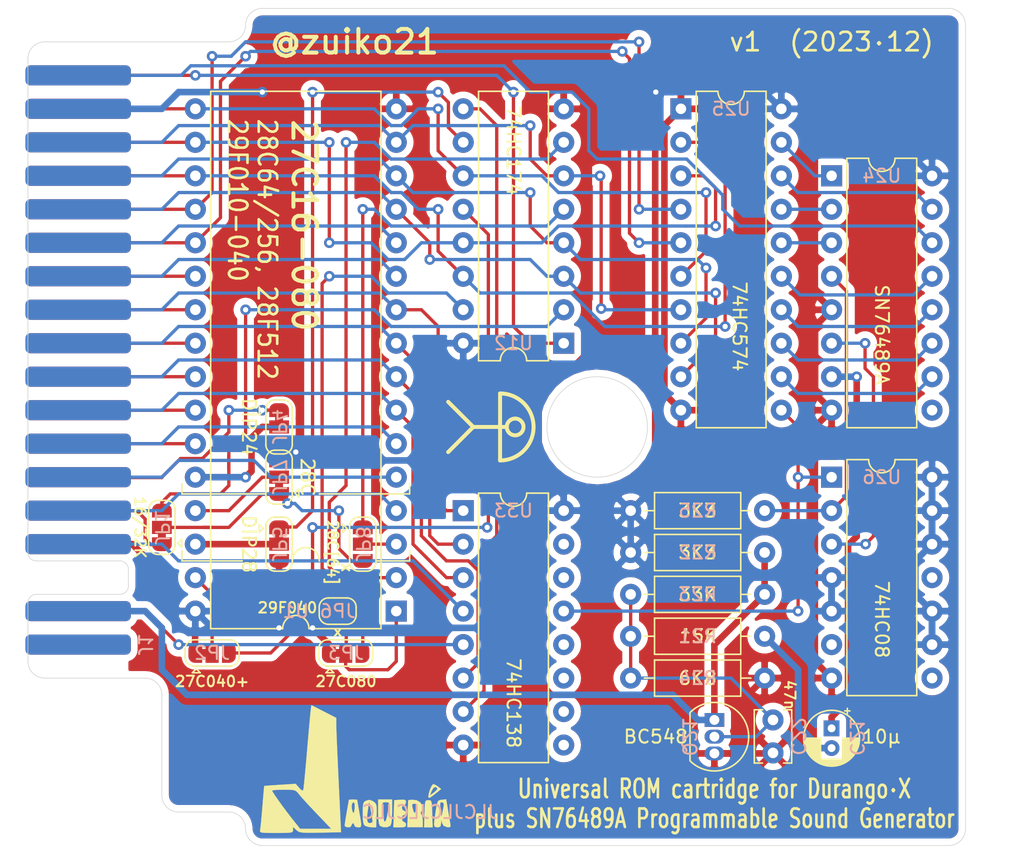
<source format=kicad_pcb>
(kicad_pcb (version 20171130) (host pcbnew "(5.1.2-1)-1")
  (layers (0 F.Cu signal) (31 B.Cu signal) (34 B.Paste user) (35 F.Paste user) (36 B.SilkS user) (37 F.SilkS user) (38 B.Mask user) (39 F.Mask user) (44 Edge.Cuts user))
  (net 0 "")
  (net 1 GND)
  (net 2 D2)
  (net 3 D1)
  (net 4 D0)
  (net 5 A0)
  (net 6 A1)
  (net 7 A2)
  (net 8 A3)
  (net 9 A4)
  (net 10 A5)
  (net 11 A6)
  (net 12 A7)
  (net 13 A12)
  (net 14 /~WE)
  (net 15 /~RESET)
  (net 16 D3)
  (net 17 D4)
  (net 18 D5)
  (net 19 D6)
  (net 20 D7)
  (net 21 /~CS)
  (net 22 A10)
  (net 23 /~OE)
  (net 24 A11)
  (net 25 A9)
  (net 26 A8)
  (net 27 A13)
  (net 28 +5V)
  (net 29 /~IOC)
  (net 30 /BA0)
  (net 31 /BA1)
  (net 32 /BA2)
  (net 33 /~LATCH)
  (net 34 A14)
  (net 35 /MA14)
  (net 36 /MA18)
  (net 37 /BA4)
  (net 38 /MA19)
  (net 39 /BA5)
  (net 40 /BA3)
  (net 41 /AC)
  (net 42 /AOUT)
  (net 43 /BIAS)
  (net 44 /VCLK)
  (net 45 /AUDIO)
  (net 46 /RDY)
  (net 47 /B4)
  (net 48 /~POE)
  (net 49 /B3)
  (net 50 /B2)
  (net 51 /B1)
  (net 52 /B7)
  (net 53 /B0)
  (net 54 /B6)
  (net 55 /B5)
  (net 56 /~PSG)
  (net 57 /UV14)
  (net 58 /MA13)
  (net 59 /MA17)
  (net 60 /MA15)
  (module Jumper:SolderJumper-3_P1.3mm_Bridged12_RoundedPad1.0x1.5mm (layer F.Cu) (at 40.64 58.42 270)
    (fp_text reference JP8 (at 0 0 270 unlocked) (layer B.SilkS) (effects (justify mirror)))
    (fp_text value 28C[64] (at 0.635 2.286 270 unlocked) (layer F.SilkS) (effects (font (size 0.8 0.8))))
    (fp_poly (pts (xy -0.9 -0.3) (xy -0.4 -0.3) (xy -0.4 0.3) (xy -0.9 0.3)) (layer F.Cu) (width 0))
    (pad 1 smd custom (at -1.3 0 270) (size 1 0.5) (layers F.Cu F.Mask) (net 31 /BA1) (options (clearance outline) (anchor rect)) (primitives (gr_circle (center 0 0.25) (end 0.5 0.25) (width 0)) (gr_circle (center 0 -0.25) (end 0.5 -0.25) (width 0)) (gr_poly (pts (xy 0.55 -0.75) (xy 0 -0.75) (xy 0 0.75) (xy 0.55 0.75)) (width 0))))
    (pad 2 smd rect (at 0 0 270) (size 1 1.5) (layers F.Cu F.Mask) (net 60 /MA15))
    (pad 3 smd custom (at 1.3 0 270) (size 1 0.5) (layers F.Cu F.Mask) (net 57 /UV14) (options (clearance outline) (anchor rect)) (primitives (gr_circle (center 0 0.25) (end 0.5 0.25) (width 0)) (gr_circle (center 0 -0.25) (end 0.5 -0.25) (width 0)) (gr_poly (pts (xy -0.55 -0.75) (xy 0 -0.75) (xy 0 0.75) (xy -0.55 0.75)) (width 0))))
  )
  (module Jumper:SolderJumper-3_P1.3mm_Bridged12_RoundedPad1.0x1.5mm (layer F.Cu) (at 34.29 53.34 90)
    (fp_text reference JP7 (at 0 0 270 unlocked) (layer B.SilkS) (effects (justify mirror)))
    (fp_text value 28C (at 0 2.159 270 unlocked) (layer F.SilkS))
    (fp_poly (pts (xy -0.9 -0.3) (xy -0.4 -0.3) (xy -0.4 0.3) (xy -0.9 0.3)) (layer F.Cu) (width 0))
    (pad 1 smd custom (at -1.3 0 90) (size 1 0.5) (layers F.Cu F.Mask) (net 57 /UV14) (options (clearance outline) (anchor rect)) (primitives (gr_circle (center 0 0.25) (end 0.5 0.25) (width 0)) (gr_circle (center 0 -0.25) (end 0.5 -0.25) (width 0)) (gr_poly (pts (xy 0.55 -0.75) (xy 0 -0.75) (xy 0 0.75) (xy 0.55 0.75)) (width 0))))
    (pad 2 smd rect (at 0 0 90) (size 1 1.5) (layers F.Cu F.Mask) (net 35 /MA14))
    (pad 3 smd custom (at 1.3 0 90) (size 1 0.5) (layers F.Cu F.Mask) (net 28 +5V) (options (clearance outline) (anchor rect)) (primitives (gr_circle (center 0 0.25) (end 0.5 0.25) (width 0)) (gr_circle (center 0 -0.25) (end 0.5 -0.25) (width 0)) (gr_poly (pts (xy -0.55 -0.75) (xy 0 -0.75) (xy 0 0.75) (xy -0.55 0.75)) (width 0))))
  )
  (module Jumper:SolderJumper-2_P1.3mm_Open_RoundedPad1.0x1.5mm (layer F.Cu) (at 38.735 63.5)
    (fp_text reference JP6 (at 0 0 unlocked) (layer B.SilkS) (effects (justify mirror)))
    (fp_text value 29F040 (at -3.81 -0.254 unlocked) (layer F.SilkS) (effects (font (size 0.8 0.8))))
    (pad 2 smd custom (at 0.65 0) (size 1 0.5) (layers F.Cu F.Mask) (net 38 /MA19) (options (clearance outline) (anchor rect)) (primitives (gr_circle (center 0 0.25) (end 0.5 0.25) (width 0)) (gr_circle (center 0 -0.25) (end 0.5 -0.25) (width 0)) (gr_poly (pts (xy 0 -0.75) (xy -0.5 -0.75) (xy -0.5 0.75) (xy 0 0.75)) (width 0))))
    (pad 1 smd custom (at -0.65 0) (size 1 0.5) (layers F.Cu F.Mask) (net 37 /BA4) (options (clearance outline) (anchor rect)) (primitives (gr_circle (center 0 0.25) (end 0.5 0.25) (width 0)) (gr_circle (center 0 -0.25) (end 0.5 -0.25) (width 0)) (gr_poly (pts (xy 0 -0.75) (xy 0.5 -0.75) (xy 0.5 0.75) (xy 0 0.75)) (width 0))))
  )
  (module Jumper:SolderJumper-3_P1.3mm_Bridged12_RoundedPad1.0x1.5mm (layer F.Cu) (at 34.29 58.42 270)
    (fp_text reference JP5 (at 0 0 270 unlocked) (layer B.SilkS) (effects (justify mirror)))
    (fp_text value DIP28 (at 0 2.286 270 unlocked) (layer F.SilkS))
    (fp_poly (pts (xy -0.9 -0.3) (xy -0.4 -0.3) (xy -0.4 0.3) (xy -0.9 0.3)) (layer F.Cu) (width 0))
    (pad 1 smd custom (at -1.3 0 270) (size 1 0.5) (layers F.Cu F.Mask) (net 40 /BA3) (options (clearance outline) (anchor rect)) (primitives (gr_circle (center 0 0.25) (end 0.5 0.25) (width 0)) (gr_circle (center 0 -0.25) (end 0.5 -0.25) (width 0)) (gr_poly (pts (xy 0.55 -0.75) (xy 0 -0.75) (xy 0 0.75) (xy 0.55 0.75)) (width 0))))
    (pad 2 smd rect (at 0 0 270) (size 1 1.5) (layers F.Cu F.Mask) (net 59 /MA17))
    (pad 3 smd custom (at 1.3 0 270) (size 1 0.5) (layers F.Cu F.Mask) (net 28 +5V) (options (clearance outline) (anchor rect)) (primitives (gr_circle (center 0 0.25) (end 0.5 0.25) (width 0)) (gr_circle (center 0 -0.25) (end 0.5 -0.25) (width 0)) (gr_poly (pts (xy -0.55 -0.75) (xy 0 -0.75) (xy 0 0.75) (xy -0.55 0.75)) (width 0))))
  )
  (module Jumper:SolderJumper-3_P1.3mm_Bridged12_RoundedPad1.0x1.5mm (layer F.Cu) (at 34.29 49.53 270)
    (fp_text reference JP4 (at 0 0 270 unlocked) (layer B.SilkS) (effects (justify mirror)))
    (fp_text value DIP24 (at 0 2.286 270 unlocked) (layer F.SilkS))
    (fp_poly (pts (xy -0.9 -0.3) (xy -0.4 -0.3) (xy -0.4 0.3) (xy -0.9 0.3)) (layer F.Cu) (width 0))
    (pad 1 smd custom (at -1.3 0 270) (size 1 0.5) (layers F.Cu F.Mask) (net 27 A13) (options (clearance outline) (anchor rect)) (primitives (gr_circle (center 0 0.25) (end 0.5 0.25) (width 0)) (gr_circle (center 0 -0.25) (end 0.5 -0.25) (width 0)) (gr_poly (pts (xy 0.55 -0.75) (xy 0 -0.75) (xy 0 0.75) (xy 0.55 0.75)) (width 0))))
    (pad 2 smd rect (at 0 0 270) (size 1 1.5) (layers F.Cu F.Mask) (net 58 /MA13))
    (pad 3 smd custom (at 1.3 0 270) (size 1 0.5) (layers F.Cu F.Mask) (net 28 +5V) (options (clearance outline) (anchor rect)) (primitives (gr_circle (center 0 0.25) (end 0.5 0.25) (width 0)) (gr_circle (center 0 -0.25) (end 0.5 -0.25) (width 0)) (gr_poly (pts (xy -0.55 -0.75) (xy 0 -0.75) (xy 0 0.75) (xy -0.55 0.75)) (width 0))))
  )
  (module Package_DIP:DIP-14_W7.62mm (layer F.Cu) (at 76.2 53.34)
    (fp_text reference U26 (at 3.81 0 unlocked) (layer B.SilkS) (effects (justify mirror)))
    (fp_text value 74HC08 (at 3.81 10.795 270 unlocked) (layer F.SilkS))
    (pad 14 thru_hole oval (at 7.62 0) (size 1.6 1.6) (drill 0.8) (layers *.Cu *.Mask) (net 28 +5V))
    (pad 7 thru_hole oval (at 0 15.24) (size 1.6 1.6) (drill 0.8) (layers *.Cu *.Mask) (net 1 GND))
    (pad 13 thru_hole oval (at 7.62 2.54) (size 1.6 1.6) (drill 0.8) (layers *.Cu *.Mask) (net 28 +5V))
    (pad 6 thru_hole oval (at 0 12.7) (size 1.6 1.6) (drill 0.8) (layers *.Cu *.Mask))
    (pad 12 thru_hole oval (at 7.62 5.08) (size 1.6 1.6) (drill 0.8) (layers *.Cu *.Mask) (net 28 +5V))
    (pad 5 thru_hole oval (at 0 10.16) (size 1.6 1.6) (drill 0.8) (layers *.Cu *.Mask) (net 28 +5V))
    (pad 11 thru_hole oval (at 7.62 7.62) (size 1.6 1.6) (drill 0.8) (layers *.Cu *.Mask))
    (pad 4 thru_hole oval (at 0 7.62) (size 1.6 1.6) (drill 0.8) (layers *.Cu *.Mask) (net 28 +5V))
    (pad 10 thru_hole oval (at 7.62 10.16) (size 1.6 1.6) (drill 0.8) (layers *.Cu *.Mask) (net 28 +5V))
    (pad 3 thru_hole oval (at 0 5.08) (size 1.6 1.6) (drill 0.8) (layers *.Cu *.Mask) (net 48 /~POE))
    (pad 9 thru_hole oval (at 7.62 12.7) (size 1.6 1.6) (drill 0.8) (layers *.Cu *.Mask) (net 28 +5V))
    (pad 2 thru_hole oval (at 0 2.54) (size 1.6 1.6) (drill 0.8) (layers *.Cu *.Mask) (net 46 /RDY))
    (pad 8 thru_hole oval (at 7.62 15.24) (size 1.6 1.6) (drill 0.8) (layers *.Cu *.Mask))
    (pad 1 thru_hole rect (at 0 0) (size 1.6 1.6) (drill 0.8) (layers *.Cu *.Mask) (net 56 /~PSG))
  )
  (module Package_DIP:DIP-20_W7.62mm (layer F.Cu) (at 64.77 25.4)
    (fp_text reference U25 (at 3.81 0) (layer B.SilkS) (effects (justify mirror)))
    (fp_text value 74HC574 (at 4.445 16.51 270 unlocked) (layer F.SilkS))
    (pad 20 thru_hole oval (at 7.62 0) (size 1.6 1.6) (drill 0.8) (layers *.Cu *.Mask) (net 28 +5V))
    (pad 10 thru_hole oval (at 0 22.86) (size 1.6 1.6) (drill 0.8) (layers *.Cu *.Mask) (net 1 GND))
    (pad 19 thru_hole oval (at 7.62 2.54) (size 1.6 1.6) (drill 0.8) (layers *.Cu *.Mask) (net 55 /B5))
    (pad 9 thru_hole oval (at 0 20.32) (size 1.6 1.6) (drill 0.8) (layers *.Cu *.Mask) (net 4 D0))
    (pad 18 thru_hole oval (at 7.62 5.08) (size 1.6 1.6) (drill 0.8) (layers *.Cu *.Mask) (net 47 /B4))
    (pad 8 thru_hole oval (at 0 17.78) (size 1.6 1.6) (drill 0.8) (layers *.Cu *.Mask) (net 3 D1))
    (pad 17 thru_hole oval (at 7.62 7.62) (size 1.6 1.6) (drill 0.8) (layers *.Cu *.Mask) (net 54 /B6))
    (pad 7 thru_hole oval (at 0 15.24) (size 1.6 1.6) (drill 0.8) (layers *.Cu *.Mask) (net 2 D2))
    (pad 16 thru_hole oval (at 7.62 10.16) (size 1.6 1.6) (drill 0.8) (layers *.Cu *.Mask) (net 52 /B7))
    (pad 6 thru_hole oval (at 0 12.7) (size 1.6 1.6) (drill 0.8) (layers *.Cu *.Mask) (net 16 D3))
    (pad 15 thru_hole oval (at 7.62 12.7) (size 1.6 1.6) (drill 0.8) (layers *.Cu *.Mask) (net 49 /B3))
    (pad 5 thru_hole oval (at 0 10.16) (size 1.6 1.6) (drill 0.8) (layers *.Cu *.Mask) (net 20 D7))
    (pad 14 thru_hole oval (at 7.62 15.24) (size 1.6 1.6) (drill 0.8) (layers *.Cu *.Mask) (net 50 /B2))
    (pad 4 thru_hole oval (at 0 7.62) (size 1.6 1.6) (drill 0.8) (layers *.Cu *.Mask) (net 19 D6))
    (pad 13 thru_hole oval (at 7.62 17.78) (size 1.6 1.6) (drill 0.8) (layers *.Cu *.Mask) (net 51 /B1))
    (pad 3 thru_hole oval (at 0 5.08) (size 1.6 1.6) (drill 0.8) (layers *.Cu *.Mask) (net 17 D4))
    (pad 12 thru_hole oval (at 7.62 20.32) (size 1.6 1.6) (drill 0.8) (layers *.Cu *.Mask) (net 53 /B0))
    (pad 2 thru_hole oval (at 0 2.54) (size 1.6 1.6) (drill 0.8) (layers *.Cu *.Mask) (net 18 D5))
    (pad 11 thru_hole oval (at 7.62 22.86) (size 1.6 1.6) (drill 0.8) (layers *.Cu *.Mask) (net 56 /~PSG))
    (pad 1 thru_hole rect (at 0 0) (size 1.6 1.6) (drill 0.8) (layers *.Cu *.Mask) (net 1 GND))
  )
  (module Package_DIP:DIP-16_W7.62mm (layer F.Cu) (at 76.2 30.48)
    (fp_text reference U24 (at 3.81 0 unlocked) (layer B.SilkS) (effects (justify mirror)))
    (fp_text value SN76489A (at 3.81 12.065 270 unlocked) (layer F.SilkS))
    (pad 16 thru_hole oval (at 7.62 0) (size 1.6 1.6) (drill 0.8) (layers *.Cu *.Mask) (net 28 +5V))
    (pad 8 thru_hole oval (at 0 17.78) (size 1.6 1.6) (drill 0.8) (layers *.Cu *.Mask) (net 1 GND))
    (pad 15 thru_hole oval (at 7.62 2.54) (size 1.6 1.6) (drill 0.8) (layers *.Cu *.Mask) (net 47 /B4))
    (pad 7 thru_hole oval (at 0 15.24) (size 1.6 1.6) (drill 0.8) (layers *.Cu *.Mask) (net 42 /AOUT))
    (pad 14 thru_hole oval (at 7.62 5.08) (size 1.6 1.6) (drill 0.8) (layers *.Cu *.Mask) (net 44 /VCLK))
    (pad 6 thru_hole oval (at 0 12.7) (size 1.6 1.6) (drill 0.8) (layers *.Cu *.Mask) (net 48 /~POE))
    (pad 13 thru_hole oval (at 7.62 7.62) (size 1.6 1.6) (drill 0.8) (layers *.Cu *.Mask) (net 49 /B3))
    (pad 5 thru_hole oval (at 0 10.16) (size 1.6 1.6) (drill 0.8) (layers *.Cu *.Mask) (net 1 GND))
    (pad 12 thru_hole oval (at 7.62 10.16) (size 1.6 1.6) (drill 0.8) (layers *.Cu *.Mask) (net 50 /B2))
    (pad 4 thru_hole oval (at 0 7.62) (size 1.6 1.6) (drill 0.8) (layers *.Cu *.Mask) (net 46 /RDY))
    (pad 11 thru_hole oval (at 7.62 12.7) (size 1.6 1.6) (drill 0.8) (layers *.Cu *.Mask) (net 51 /B1))
    (pad 3 thru_hole oval (at 0 5.08) (size 1.6 1.6) (drill 0.8) (layers *.Cu *.Mask) (net 52 /B7))
    (pad 10 thru_hole oval (at 7.62 15.24) (size 1.6 1.6) (drill 0.8) (layers *.Cu *.Mask) (net 53 /B0))
    (pad 2 thru_hole oval (at 0 2.54) (size 1.6 1.6) (drill 0.8) (layers *.Cu *.Mask) (net 54 /B6))
    (pad 9 thru_hole oval (at 7.62 17.78) (size 1.6 1.6) (drill 0.8) (layers *.Cu *.Mask))
    (pad 1 thru_hole rect (at 0 0) (size 1.6 1.6) (drill 0.8) (layers *.Cu *.Mask) (net 55 /B5))
  )
  (module Resistor_THT:R_Axial_DIN0207_L6.3mm_D2.5mm_P10.16mm_Horizontal (layer F.Cu) (at 60.96 55.88)
    (fp_text reference R25 (at 5.08 0 unlocked) (layer B.SilkS) (effects (justify mirror)))
    (fp_text value 3K3 (at 5.08 0 unlocked) (layer F.SilkS))
    (pad 2 thru_hole oval (at 10.16 0) (size 1.6 1.6) (drill 0.8) (layers *.Cu *.Mask) (net 46 /RDY))
    (pad 1 thru_hole circle (at 0 0) (size 1.6 1.6) (drill 0.8) (layers *.Cu *.Mask) (net 28 +5V))
  )
  (module Resistor_THT:R_Axial_DIN0207_L6.3mm_D2.5mm_P10.16mm_Horizontal (layer F.Cu) (at 60.96 68.58)
    (fp_text reference R24 (at 5.08 0 unlocked) (layer B.SilkS) (effects (justify mirror)))
    (fp_text value 6K8 (at 5.08 0 unlocked) (layer F.SilkS))
    (pad 2 thru_hole oval (at 10.16 0) (size 1.6 1.6) (drill 0.8) (layers *.Cu *.Mask) (net 1 GND))
    (pad 1 thru_hole circle (at 0 0) (size 1.6 1.6) (drill 0.8) (layers *.Cu *.Mask) (net 43 /BIAS))
  )
  (module Resistor_THT:R_Axial_DIN0207_L6.3mm_D2.5mm_P10.16mm_Horizontal (layer F.Cu) (at 71.12 62.23 180)
    (fp_text reference R23 (at 5.08 0 unlocked) (layer B.SilkS) (effects (justify mirror)))
    (fp_text value 33K (at 5.08 0 unlocked) (layer F.SilkS))
    (pad 2 thru_hole oval (at 10.16 0 180) (size 1.6 1.6) (drill 0.8) (layers *.Cu *.Mask) (net 43 /BIAS))
    (pad 1 thru_hole circle (at 0 0 180) (size 1.6 1.6) (drill 0.8) (layers *.Cu *.Mask) (net 45 /AUDIO))
  )
  (module Resistor_THT:R_Axial_DIN0207_L6.3mm_D2.5mm_P10.16mm_Horizontal (layer F.Cu) (at 60.96 59.055)
    (fp_text reference R22 (at 5.08 0 unlocked) (layer B.SilkS) (effects (justify mirror)))
    (fp_text value 3K3 (at 5.08 0 unlocked) (layer F.SilkS))
    (pad 2 thru_hole oval (at 10.16 0) (size 1.6 1.6) (drill 0.8) (layers *.Cu *.Mask) (net 45 /AUDIO))
    (pad 1 thru_hole circle (at 0 0) (size 1.6 1.6) (drill 0.8) (layers *.Cu *.Mask) (net 28 +5V))
  )
  (module Resistor_THT:R_Axial_DIN0207_L6.3mm_D2.5mm_P10.16mm_Horizontal (layer F.Cu) (at 71.12 65.405 180)
    (fp_text reference R21 (at 5.08 0 unlocked) (layer B.SilkS) (effects (justify mirror)))
    (fp_text value 15K (at 5.08 0 unlocked) (layer F.SilkS) (effects (font (thickness 0.15) italic)))
    (pad 2 thru_hole oval (at 10.16 0 180) (size 1.6 1.6) (drill 0.8) (layers *.Cu *.Mask) (net 43 /BIAS))
    (pad 1 thru_hole circle (at 0 0 180) (size 1.6 1.6) (drill 0.8) (layers *.Cu *.Mask) (net 41 /AC))
  )
  (module Package_TO_SOT_THT:TO-92_Inline (layer F.Cu) (at 67.31 71.755 270)
    (fp_text reference Q21 (at 1.27 1.905 270 unlocked) (layer B.SilkS) (effects (justify mirror)))
    (fp_text value BC548 (at 1.27 4.445 unlocked) (layer F.SilkS))
    (pad 1 thru_hole rect (at 0 0 270) (size 1.05 1.5) (drill 0.75) (layers *.Cu *.Mask) (net 45 /AUDIO))
    (pad 3 thru_hole oval (at 2.54 0 270) (size 1.05 1.5) (drill 0.75) (layers *.Cu *.Mask) (net 1 GND))
    (pad 2 thru_hole oval (at 1.27 0 270) (size 1.05 1.5) (drill 0.75) (layers *.Cu *.Mask) (net 43 /BIAS))
  )
  (module Capacitor_THT:C_Disc_D3.8mm_W2.6mm_P2.50mm (layer F.Cu) (at 71.755 71.755 270)
    (fp_text reference C22 (at 1.25 -1.905 270 unlocked) (layer B.SilkS) (effects (justify mirror)))
    (fp_text value 47n (at -1.905 -1.27 270 unlocked) (layer F.SilkS) (effects (font (size 0.8 0.8))))
    (pad 2 thru_hole circle (at 2.5 0 270) (size 1.6 1.6) (drill 0.8) (layers *.Cu *.Mask) (net 1 GND))
    (pad 1 thru_hole circle (at 0 0 270) (size 1.6 1.6) (drill 0.8) (layers *.Cu *.Mask) (net 43 /BIAS))
  )
  (module Capacitor_THT:CP_Radial_D4.0mm_P1.50mm (layer F.Cu) (at 76.2 72.39 270)
    (fp_text reference C21 (at 0.635 -1.905 270 unlocked) (layer B.SilkS) (effects (justify mirror)))
    (fp_text value 10µ (at 0.635 -3.81 unlocked) (layer F.SilkS))
    (pad 2 thru_hole circle (at 1.5 0 270) (size 1.2 1.2) (drill 0.6) (layers *.Cu *.Mask) (net 41 /AC))
    (pad 1 thru_hole rect (at 0 0 270) (size 1.2 1.2) (drill 0.6) (layers *.Cu *.Mask) (net 42 /AOUT))
  )
  (module Package_DIP:DIP-32_W15.24mm (layer F.Cu) (at 43.18 63.5 180)
    (fp_text reference U1 (at 7.62 0 unlocked) (layer B.SilkS) (effects (justify mirror)))
    (fp_text value 27C16-080 (at 6.985 37.465 270 unlocked) (layer F.SilkS) (effects (font (size 1.8 1.8) (thickness 0.3)) (justify left)))
    (pad 32 thru_hole oval (at 15.24 0 180) (size 1.6 1.6) (drill 0.8) (layers *.Cu *.Mask) (net 28 +5V))
    (pad 16 thru_hole oval (at 0 38.1 180) (size 1.6 1.6) (drill 0.8) (layers *.Cu *.Mask) (net 1 GND))
    (pad 31 thru_hole oval (at 15.24 2.54 180) (size 1.6 1.6) (drill 0.8) (layers *.Cu *.Mask) (net 36 /MA18))
    (pad 15 thru_hole oval (at 0 35.56 180) (size 1.6 1.6) (drill 0.8) (layers *.Cu *.Mask) (net 2 D2))
    (pad 30 thru_hole oval (at 15.24 5.08 180) (size 1.6 1.6) (drill 0.8) (layers *.Cu *.Mask) (net 59 /MA17))
    (pad 14 thru_hole oval (at 0 33.02 180) (size 1.6 1.6) (drill 0.8) (layers *.Cu *.Mask) (net 3 D1))
    (pad 29 thru_hole oval (at 15.24 7.62 180) (size 1.6 1.6) (drill 0.8) (layers *.Cu *.Mask) (net 35 /MA14))
    (pad 13 thru_hole oval (at 0 30.48 180) (size 1.6 1.6) (drill 0.8) (layers *.Cu *.Mask) (net 4 D0))
    (pad 28 thru_hole oval (at 15.24 10.16 180) (size 1.6 1.6) (drill 0.8) (layers *.Cu *.Mask) (net 58 /MA13))
    (pad 12 thru_hole oval (at 0 27.94 180) (size 1.6 1.6) (drill 0.8) (layers *.Cu *.Mask) (net 5 A0))
    (pad 27 thru_hole oval (at 15.24 12.7 180) (size 1.6 1.6) (drill 0.8) (layers *.Cu *.Mask) (net 26 A8))
    (pad 11 thru_hole oval (at 0 25.4 180) (size 1.6 1.6) (drill 0.8) (layers *.Cu *.Mask) (net 6 A1))
    (pad 26 thru_hole oval (at 15.24 15.24 180) (size 1.6 1.6) (drill 0.8) (layers *.Cu *.Mask) (net 25 A9))
    (pad 10 thru_hole oval (at 0 22.86 180) (size 1.6 1.6) (drill 0.8) (layers *.Cu *.Mask) (net 7 A2))
    (pad 25 thru_hole oval (at 15.24 17.78 180) (size 1.6 1.6) (drill 0.8) (layers *.Cu *.Mask) (net 24 A11))
    (pad 9 thru_hole oval (at 0 20.32 180) (size 1.6 1.6) (drill 0.8) (layers *.Cu *.Mask) (net 8 A3))
    (pad 24 thru_hole oval (at 15.24 20.32 180) (size 1.6 1.6) (drill 0.8) (layers *.Cu *.Mask) (net 23 /~OE))
    (pad 8 thru_hole oval (at 0 17.78 180) (size 1.6 1.6) (drill 0.8) (layers *.Cu *.Mask) (net 9 A4))
    (pad 23 thru_hole oval (at 15.24 22.86 180) (size 1.6 1.6) (drill 0.8) (layers *.Cu *.Mask) (net 22 A10))
    (pad 7 thru_hole oval (at 0 15.24 180) (size 1.6 1.6) (drill 0.8) (layers *.Cu *.Mask) (net 10 A5))
    (pad 22 thru_hole oval (at 15.24 25.4 180) (size 1.6 1.6) (drill 0.8) (layers *.Cu *.Mask) (net 21 /~CS))
    (pad 6 thru_hole oval (at 0 12.7 180) (size 1.6 1.6) (drill 0.8) (layers *.Cu *.Mask) (net 11 A6))
    (pad 21 thru_hole oval (at 15.24 27.94 180) (size 1.6 1.6) (drill 0.8) (layers *.Cu *.Mask) (net 20 D7))
    (pad 5 thru_hole oval (at 0 10.16 180) (size 1.6 1.6) (drill 0.8) (layers *.Cu *.Mask) (net 12 A7))
    (pad 20 thru_hole oval (at 15.24 30.48 180) (size 1.6 1.6) (drill 0.8) (layers *.Cu *.Mask) (net 19 D6))
    (pad 4 thru_hole oval (at 0 7.62 180) (size 1.6 1.6) (drill 0.8) (layers *.Cu *.Mask) (net 13 A12))
    (pad 19 thru_hole oval (at 15.24 33.02 180) (size 1.6 1.6) (drill 0.8) (layers *.Cu *.Mask) (net 18 D5))
    (pad 3 thru_hole oval (at 0 5.08 180) (size 1.6 1.6) (drill 0.8) (layers *.Cu *.Mask) (net 60 /MA15))
    (pad 18 thru_hole oval (at 15.24 35.56 180) (size 1.6 1.6) (drill 0.8) (layers *.Cu *.Mask) (net 17 D4))
    (pad 2 thru_hole oval (at 0 2.54 180) (size 1.6 1.6) (drill 0.8) (layers *.Cu *.Mask) (net 32 /BA2))
    (pad 17 thru_hole oval (at 15.24 38.1 180) (size 1.6 1.6) (drill 0.8) (layers *.Cu *.Mask) (net 16 D3))
    (pad 1 thru_hole rect (at 0 0 180) (size 1.6 1.6) (drill 0.8) (layers *.Cu *.Mask) (net 38 /MA19))
  )
  (module Jumper:SolderJumper-3_P1.3mm_Bridged12_RoundedPad1.0x1.5mm (layer F.Cu) (at 39.34 66.675)
    (fp_text reference JP3 (at 0.03 0 unlocked) (layer B.SilkS) (effects (justify mirror)))
    (fp_text value 27C080 (at 0.03 2.159 unlocked) (layer F.SilkS) (effects (font (size 0.8 0.8))))
    (fp_poly (pts (xy -0.9 -0.3) (xy -0.4 -0.3) (xy -0.4 0.3) (xy -0.9 0.3)) (layer F.Cu) (width 0))
    (pad 1 smd custom (at -1.3 0) (size 1 0.5) (layers F.Cu F.Mask) (net 28 +5V) (options (clearance outline) (anchor rect)) (primitives (gr_circle (center 0 0.25) (end 0.5 0.25) (width 0)) (gr_circle (center 0 -0.25) (end 0.5 -0.25) (width 0)) (gr_poly (pts (xy 0.55 -0.75) (xy 0 -0.75) (xy 0 0.75) (xy 0.55 0.75)) (width 0))))
    (pad 2 smd rect (at 0 0) (size 1 1.5) (layers F.Cu F.Mask) (net 38 /MA19))
    (pad 3 smd custom (at 1.3 0) (size 1 0.5) (layers F.Cu F.Mask) (net 39 /BA5) (options (clearance outline) (anchor rect)) (primitives (gr_circle (center 0 0.25) (end 0.5 0.25) (width 0)) (gr_circle (center 0 -0.25) (end 0.5 -0.25) (width 0)) (gr_poly (pts (xy -0.55 -0.75) (xy 0 -0.75) (xy 0 0.75) (xy -0.55 0.75)) (width 0))))
  )
  (module Jumper:SolderJumper-3_P1.3mm_Bridged12_RoundedPad1.0x1.5mm (layer F.Cu) (at 29.21 66.675)
    (fp_text reference JP2 (at 0 0 unlocked) (layer B.SilkS) (effects (justify mirror)))
    (fp_text value 27C040+ (at 0 2.159 unlocked) (layer F.SilkS) (effects (font (size 0.8 0.8))))
    (fp_poly (pts (xy -0.9 -0.3) (xy -0.4 -0.3) (xy -0.4 0.3) (xy -0.9 0.3)) (layer F.Cu) (width 0))
    (pad 1 smd custom (at -1.3 0) (size 1 0.5) (layers F.Cu F.Mask) (net 28 +5V) (options (clearance outline) (anchor rect)) (primitives (gr_circle (center 0 0.25) (end 0.5 0.25) (width 0)) (gr_circle (center 0 -0.25) (end 0.5 -0.25) (width 0)) (gr_poly (pts (xy 0.55 -0.75) (xy 0 -0.75) (xy 0 0.75) (xy 0.55 0.75)) (width 0))))
    (pad 2 smd rect (at 0 0) (size 1 1.5) (layers F.Cu F.Mask) (net 36 /MA18))
    (pad 3 smd custom (at 1.3 0) (size 1 0.5) (layers F.Cu F.Mask) (net 37 /BA4) (options (clearance outline) (anchor rect)) (primitives (gr_circle (center 0 0.25) (end 0.5 0.25) (width 0)) (gr_circle (center 0 -0.25) (end 0.5 -0.25) (width 0)) (gr_poly (pts (xy -0.55 -0.75) (xy 0 -0.75) (xy 0 0.75) (xy -0.55 0.75)) (width 0))))
  )
  (module Jumper:SolderJumper-3_P1.3mm_Bridged12_RoundedPad1.0x1.5mm (layer F.Cu) (at 25.4 57.15 90)
    (fp_text reference JP1 (at 0 0 270 unlocked) (layer B.SilkS) (effects (justify mirror)))
    (fp_text value 16/32K (at 0 -1.651 270 unlocked) (layer F.SilkS) (effects (font (size 0.8 0.8))))
    (fp_poly (pts (xy -0.9 -0.3) (xy -0.4 -0.3) (xy -0.4 0.3) (xy -0.9 0.3)) (layer F.Cu) (width 0))
    (pad 1 smd custom (at -1.3 0 90) (size 1 0.5) (layers F.Cu F.Mask) (net 34 A14) (options (clearance outline) (anchor rect)) (primitives (gr_circle (center 0 0.25) (end 0.5 0.25) (width 0)) (gr_circle (center 0 -0.25) (end 0.5 -0.25) (width 0)) (gr_poly (pts (xy 0.55 -0.75) (xy 0 -0.75) (xy 0 0.75) (xy 0.55 0.75)) (width 0))))
    (pad 2 smd rect (at 0 0 90) (size 1 1.5) (layers F.Cu F.Mask) (net 57 /UV14))
    (pad 3 smd custom (at 1.3 0 90) (size 1 0.5) (layers F.Cu F.Mask) (net 30 /BA0) (options (clearance outline) (anchor rect)) (primitives (gr_circle (center 0 0.25) (end 0.5 0.25) (width 0)) (gr_circle (center 0 -0.25) (end 0.5 -0.25) (width 0)) (gr_poly (pts (xy -0.55 -0.75) (xy 0 -0.75) (xy 0 0.75) (xy -0.55 0.75)) (width 0))))
  )
  (module durango:jaqueria (layer F.Cu) (at 40.005 75.565)
    (fp_text reference LOGO1 hide)
    (fp_text value Logo_Open_Hardware_Small hide)
  )
  (module Package_DIP:DIP-16_W7.62mm (layer F.Cu) (at 48.26 55.88)
    (fp_text reference U33 (at 3.81 0 unlocked) (layer B.SilkS) (effects (justify mirror)))
    (fp_text value 74HC138 (at 3.81 14.605 270 unlocked) (layer F.SilkS))
    (pad 16 thru_hole oval (at 7.62 0) (size 1.6 1.6) (drill 0.8) (layers *.Cu *.Mask) (net 28 +5V))
    (pad 8 thru_hole oval (at 0 17.78) (size 1.6 1.6) (drill 0.8) (layers *.Cu *.Mask) (net 1 GND))
    (pad 15 thru_hole oval (at 7.62 2.54) (size 1.6 1.6) (drill 0.8) (layers *.Cu *.Mask))
    (pad 7 thru_hole oval (at 0 15.24) (size 1.6 1.6) (drill 0.8) (layers *.Cu *.Mask) (net 33 /~LATCH))
    (pad 14 thru_hole oval (at 7.62 5.08) (size 1.6 1.6) (drill 0.8) (layers *.Cu *.Mask))
    (pad 6 thru_hole oval (at 0 12.7) (size 1.6 1.6) (drill 0.8) (layers *.Cu *.Mask) (net 9 A4))
    (pad 13 thru_hole oval (at 7.62 7.62) (size 1.6 1.6) (drill 0.8) (layers *.Cu *.Mask) (net 56 /~PSG))
    (pad 5 thru_hole oval (at 0 10.16) (size 1.6 1.6) (drill 0.8) (layers *.Cu *.Mask) (net 29 /~IOC))
    (pad 12 thru_hole oval (at 7.62 10.16) (size 1.6 1.6) (drill 0.8) (layers *.Cu *.Mask))
    (pad 4 thru_hole oval (at 0 7.62) (size 1.6 1.6) (drill 0.8) (layers *.Cu *.Mask) (net 14 /~WE))
    (pad 11 thru_hole oval (at 7.62 12.7) (size 1.6 1.6) (drill 0.8) (layers *.Cu *.Mask))
    (pad 3 thru_hole oval (at 0 5.08) (size 1.6 1.6) (drill 0.8) (layers *.Cu *.Mask) (net 10 A5))
    (pad 10 thru_hole oval (at 7.62 15.24) (size 1.6 1.6) (drill 0.8) (layers *.Cu *.Mask))
    (pad 2 thru_hole oval (at 0 2.54) (size 1.6 1.6) (drill 0.8) (layers *.Cu *.Mask) (net 8 A3))
    (pad 9 thru_hole oval (at 7.62 17.78) (size 1.6 1.6) (drill 0.8) (layers *.Cu *.Mask))
    (pad 1 thru_hole rect (at 0 0) (size 1.6 1.6) (drill 0.8) (layers *.Cu *.Mask) (net 7 A2))
  )
  (module Package_DIP:DIP-16_W7.62mm (layer F.Cu) (at 55.88 43.18 180)
    (fp_text reference U12 (at 3.81 0 unlocked) (layer B.SilkS) (effects (justify mirror)))
    (fp_text value 74HC174 (at 3.81 14.605 270 unlocked) (layer F.SilkS))
    (pad 16 thru_hole oval (at 7.62 0 180) (size 1.6 1.6) (drill 0.8) (layers *.Cu *.Mask) (net 28 +5V))
    (pad 8 thru_hole oval (at 0 17.78 180) (size 1.6 1.6) (drill 0.8) (layers *.Cu *.Mask) (net 1 GND))
    (pad 15 thru_hole oval (at 7.62 2.54 180) (size 1.6 1.6) (drill 0.8) (layers *.Cu *.Mask) (net 39 /BA5))
    (pad 7 thru_hole oval (at 0 15.24 180) (size 1.6 1.6) (drill 0.8) (layers *.Cu *.Mask) (net 32 /BA2))
    (pad 14 thru_hole oval (at 7.62 5.08 180) (size 1.6 1.6) (drill 0.8) (layers *.Cu *.Mask) (net 18 D5))
    (pad 6 thru_hole oval (at 0 12.7 180) (size 1.6 1.6) (drill 0.8) (layers *.Cu *.Mask) (net 2 D2))
    (pad 13 thru_hole oval (at 7.62 7.62 180) (size 1.6 1.6) (drill 0.8) (layers *.Cu *.Mask) (net 17 D4))
    (pad 5 thru_hole oval (at 0 10.16 180) (size 1.6 1.6) (drill 0.8) (layers *.Cu *.Mask) (net 31 /BA1))
    (pad 12 thru_hole oval (at 7.62 10.16 180) (size 1.6 1.6) (drill 0.8) (layers *.Cu *.Mask) (net 37 /BA4))
    (pad 4 thru_hole oval (at 0 7.62 180) (size 1.6 1.6) (drill 0.8) (layers *.Cu *.Mask) (net 3 D1))
    (pad 11 thru_hole oval (at 7.62 12.7 180) (size 1.6 1.6) (drill 0.8) (layers *.Cu *.Mask) (net 16 D3))
    (pad 3 thru_hole oval (at 0 5.08 180) (size 1.6 1.6) (drill 0.8) (layers *.Cu *.Mask) (net 4 D0))
    (pad 10 thru_hole oval (at 7.62 15.24 180) (size 1.6 1.6) (drill 0.8) (layers *.Cu *.Mask) (net 40 /BA3))
    (pad 2 thru_hole oval (at 0 2.54 180) (size 1.6 1.6) (drill 0.8) (layers *.Cu *.Mask) (net 30 /BA0))
    (pad 9 thru_hole oval (at 7.62 17.78 180) (size 1.6 1.6) (drill 0.8) (layers *.Cu *.Mask) (net 33 /~LATCH))
    (pad 1 thru_hole rect (at 0 0 180) (size 1.6 1.6) (drill 0.8) (layers *.Cu *.Mask) (net 15 /~RESET))
  )
  (module edge_conn:Durango_ROM (layer F.Cu) (at 15.24 20.32 270)
    (fp_text reference J1 (at 45.72 -8.89 270 unlocked) (layer B.SilkS) (effects (justify mirror)))
    (fp_text value "Durango ROM")
    (pad 36 smd roundrect (at 2.54 -3.81 270) (size 1.524 8) (layers B.Cu B.Paste B.Mask) (net 44 /VCLK))
    (pad 34 smd roundrect (at 5.08 -3.81 270) (size 1.524 8) (layers B.Cu B.Paste B.Mask) (net 1 GND))
    (pad 32 smd roundrect (at 7.62 -3.81 270) (size 1.524 8) (layers B.Cu B.Paste B.Mask) (net 2 D2))
    (pad 30 smd roundrect (at 10.16 -3.81 270) (size 1.524 8) (layers B.Cu B.Paste B.Mask) (net 3 D1))
    (pad 28 smd roundrect (at 12.7 -3.81 270) (size 1.524 8) (layers B.Cu B.Paste B.Mask) (net 4 D0))
    (pad 26 smd roundrect (at 15.24 -3.81 270) (size 1.524 8) (layers B.Cu B.Paste B.Mask) (net 5 A0))
    (pad 24 smd roundrect (at 17.78 -3.81 270) (size 1.524 8) (layers B.Cu B.Paste B.Mask) (net 6 A1))
    (pad 22 smd roundrect (at 20.32 -3.81 270) (size 1.524 8) (layers B.Cu B.Paste B.Mask) (net 7 A2))
    (pad 20 smd roundrect (at 22.86 -3.81 270) (size 1.524 8) (layers B.Cu B.Paste B.Mask) (net 8 A3))
    (pad 18 smd roundrect (at 25.4 -3.81 270) (size 1.524 8) (layers B.Cu B.Paste B.Mask) (net 9 A4))
    (pad 16 smd roundrect (at 27.94 -3.81 270) (size 1.524 8) (layers B.Cu B.Paste B.Mask) (net 10 A5))
    (pad 14 smd roundrect (at 30.48 -3.81 270) (size 1.524 8) (layers B.Cu B.Paste B.Mask) (net 11 A6))
    (pad 12 smd roundrect (at 33.02 -3.81 270) (size 1.524 8) (layers B.Cu B.Paste B.Mask) (net 12 A7))
    (pad 10 smd roundrect (at 35.56 -3.81 270) (size 1.524 8) (layers B.Cu B.Paste B.Mask) (net 13 A12))
    (pad 8 smd roundrect (at 38.1 -3.81 270) (size 1.524 8) (layers B.Cu B.Paste B.Mask) (net 14 /~WE))
    (pad 4 smd roundrect (at 43.18 -3.81 270) (size 1.524 8) (layers B.Cu B.Paste B.Mask) (net 45 /AUDIO))
    (pad 35 smd roundrect (at 2.54 -3.81 270) (size 1.524 8) (layers F.Cu F.Paste F.Mask) (net 15 /~RESET))
    (pad 33 smd roundrect (at 5.08 -3.81 270) (size 1.524 8) (layers F.Cu F.Paste F.Mask) (net 16 D3))
    (pad 31 smd roundrect (at 7.62 -3.81 270) (size 1.524 8) (layers F.Cu F.Paste F.Mask) (net 17 D4))
    (pad 29 smd roundrect (at 10.16 -3.81 270) (size 1.524 8) (layers F.Cu F.Paste F.Mask) (net 18 D5))
    (pad 27 smd roundrect (at 12.7 -3.81 270) (size 1.524 8) (layers F.Cu F.Paste F.Mask) (net 19 D6))
    (pad 25 smd roundrect (at 15.24 -3.81 270) (size 1.524 8) (layers F.Cu F.Paste F.Mask) (net 20 D7))
    (pad 23 smd roundrect (at 17.78 -3.81 270) (size 1.524 8) (layers F.Cu F.Paste F.Mask) (net 21 /~CS))
    (pad 21 smd roundrect (at 20.32 -3.81 270) (size 1.524 8) (layers F.Cu F.Paste F.Mask) (net 22 A10))
    (pad 19 smd roundrect (at 22.86 -3.81 270) (size 1.524 8) (layers F.Cu F.Paste F.Mask) (net 23 /~OE))
    (pad 17 smd roundrect (at 25.4 -3.81 270) (size 1.524 8) (layers F.Cu F.Paste F.Mask) (net 24 A11))
    (pad 15 smd roundrect (at 27.94 -3.81 270) (size 1.524 8) (layers F.Cu F.Paste F.Mask) (net 25 A9))
    (pad 13 smd roundrect (at 30.48 -3.81 270) (size 1.524 8) (layers F.Cu F.Paste F.Mask) (net 26 A8))
    (pad 11 smd roundrect (at 33.02 -3.81 270) (size 1.524 8) (layers F.Cu F.Paste F.Mask) (net 27 A13))
    (pad 9 smd roundrect (at 35.56 -3.81 270) (size 1.524 8) (layers F.Cu F.Paste F.Mask) (net 34 A14))
    (pad 7 smd roundrect (at 38.1 -3.81 270) (size 1.524 8) (layers F.Cu F.Paste F.Mask) (net 28 +5V))
    (pad 3 smd roundrect (at 43.18 -3.81 270) (size 1.524 8) (layers F.Cu F.Paste F.Mask) (net 29 /~IOC))
    (pad 2 smd roundrect (at 45.72 -3.81 270) (size 1.524 8) (layers B.Cu B.Paste B.Mask))
    (pad 1 smd roundrect (at 45.72 -3.81 270) (size 1.524 8) (layers F.Cu F.Paste F.Mask))
  )
  (gr_text x (at 39.243 60.198 90) (layer F.SilkS) (effects (font (size 0.8 0.8))))
  (gr_text x (at 38.735 65.024) (layer F.SilkS) (effects (font (size 0.8 0.8))))
  (gr_line (start 44.196 54.61) (end 44.196 53.848) (layer F.SilkS) (width 0.12))
  (gr_line (start 37.338 54.61) (end 44.196 54.61) (layer F.SilkS) (width 0.12))
  (gr_line (start 26.924 54.61) (end 33.274 54.61) (layer F.SilkS) (width 0.12))
  (gr_line (start 26.924 53.848) (end 26.924 54.61) (layer F.SilkS) (width 0.12))
  (gr_line (start 44.196 59.69) (end 44.196 58.928) (layer F.SilkS) (width 0.12))
  (gr_line (start 41.656 59.69) (end 44.196 59.69) (layer F.SilkS) (width 0.12))
  (gr_line (start 26.924 59.69) (end 26.924 58.928) (layer F.SilkS) (width 0.12))
  (gr_line (start 31.496 59.69) (end 26.924 59.69) (layer F.SilkS) (width 0.12))
  (gr_arc (start 36.322 59.69) (end 37.338 59.69) (angle -180) (layer F.SilkS) (width 0.12))
  (gr_text "28C64/256, 28F512\n29F010-040" (at 32.258 26.035 270) (layer F.SilkS) (effects (font (size 1.4 1.27) (thickness 0.2)) (justify left)))
  (gr_text "v1  (2023·12)" (at 76.2 20.32) (layer F.SilkS) (effects (font (size 1.4 1.4) (thickness 0.2))))
  (gr_text JLCJLCJLCJLC (at 45.72 78.74) (layer B.SilkS) (effects (font (size 1 1)) (justify mirror)))
  (gr_text "Universal ROM cartridge for Durango·X\nplus SN76489A Programmable Sound Generator" (at 67.31 78.105) (layer F.SilkS) (effects (font (size 1.4 1) (thickness 0.2))))
  (gr_text @zuiko21 (at 40.005 20.32) (layer F.SilkS) (effects (font (size 1.8 1.8) (thickness 0.3))))
  (gr_line (start 49.022 49.53) (end 47.117 51.435) (layer F.SilkS) (width 0.3))
  (gr_line (start 49.022 49.53) (end 47.117 47.625) (layer F.SilkS) (width 0.3))
  (gr_line (start 51.562 49.53) (end 49.022 49.53) (layer F.SilkS) (width 0.3))
  (gr_line (start 51.054 46.99) (end 51.054 52.07) (layer F.SilkS) (width 0.3))
  (gr_arc (start 51.054 49.53) (end 51.054 52.07) (angle -180) (layer F.SilkS) (width 0.3))
  (gr_circle (center 52.197 49.53) (end 52.832 49.53) (layer F.SilkS) (width 0.3))
  (gr_circle (center 58.42 49.53) (end 62.23 49.53) (layer Edge.Cuts) (width 0.05))
  (gr_arc (start 22.225 61.595) (end 22.225 62.23) (angle -90) (layer Edge.Cuts) (width 0.05))
  (gr_arc (start 22.225 60.325) (end 22.86 60.325) (angle -90) (layer Edge.Cuts) (width 0.05))
  (gr_line (start 22.86 61.595) (end 22.86 60.325) (layer Edge.Cuts) (width 0.05))
  (gr_arc (start 15.875 59.055) (end 15.24 59.055) (angle -90) (layer Edge.Cuts) (width 0.05))
  (gr_arc (start 15.875 62.865) (end 15.875 62.23) (angle -90) (layer Edge.Cuts) (width 0.05))
  (gr_arc (start 30.48 19.05) (end 30.48 20.32) (angle -90) (layer Edge.Cuts) (width 0.05))
  (gr_arc (start 33.02 19.05) (end 33.02 17.78) (angle -90) (layer Edge.Cuts) (width 0.05))
  (gr_arc (start 85.09 19.05) (end 86.36 19.05) (angle -90) (layer Edge.Cuts) (width 0.05))
  (gr_arc (start 85.09 80.01) (end 85.09 81.28) (angle -90) (layer Edge.Cuts) (width 0.05))
  (gr_arc (start 33.02 80.01) (end 31.75 80.01) (angle -90) (layer Edge.Cuts) (width 0.05))
  (gr_arc (start 30.48 80.01) (end 31.75 80.01) (angle -90) (layer Edge.Cuts) (width 0.05))
  (gr_arc (start 26.67 77.47) (end 25.4 77.47) (angle -90) (layer Edge.Cuts) (width 0.05))
  (gr_arc (start 24.13 69.85) (end 25.4 69.85) (angle -90) (layer Edge.Cuts) (width 0.05))
  (gr_arc (start 16.51 67.31) (end 15.24 67.31) (angle -90) (layer Edge.Cuts) (width 0.05))
  (gr_arc (start 16.51 21.59) (end 16.51 20.32) (angle -90) (layer Edge.Cuts) (width 0.05))
  (gr_line (start 15.24 59.055) (end 15.24 21.59) (layer Edge.Cuts) (width 0.05))
  (gr_line (start 22.225 59.69) (end 15.875 59.69) (layer Edge.Cuts) (width 0.05))
  (gr_line (start 15.875 62.23) (end 22.225 62.23) (layer Edge.Cuts) (width 0.05))
  (gr_line (start 15.24 67.31) (end 15.24 62.865) (layer Edge.Cuts) (width 0.05))
  (gr_line (start 24.13 68.58) (end 16.51 68.58) (layer Edge.Cuts) (width 0.05))
  (gr_line (start 25.4 77.47) (end 25.4 69.85) (layer Edge.Cuts) (width 0.05))
  (gr_line (start 30.48 78.74) (end 26.67 78.74) (layer Edge.Cuts) (width 0.05))
  (gr_line (start 85.09 81.28) (end 33.02 81.28) (layer Edge.Cuts) (width 0.05))
  (gr_line (start 86.36 19.05) (end 86.36 80.01) (layer Edge.Cuts) (width 0.05))
  (gr_line (start 33.02 17.78) (end 85.09 17.78) (layer Edge.Cuts) (width 0.05))
  (gr_line (start 16.51 20.32) (end 30.48 20.32) (layer Edge.Cuts) (width 0.05))
  (segment (start 57.785 26.035) (end 57.15 25.4) (width 0.5) (layer F.Cu) (net 1))
  (segment (start 57.15 25.4) (end 55.88 25.4) (width 0.5) (layer F.Cu) (net 1))
  (segment (start 57.785 43.815) (end 57.785 26.035) (width 0.5) (layer F.Cu) (net 1))
  (segment (start 56.515 45.085) (end 57.785 43.815) (width 0.5) (layer F.Cu) (net 1))
  (segment (start 55.245 45.085) (end 56.515 45.085) (width 0.5) (layer F.Cu) (net 1))
  (segment (start 53.34 73.66) (end 53.975 73.025) (width 0.5) (layer F.Cu) (net 1))
  (segment (start 53.975 46.355) (end 55.245 45.085) (width 0.5) (layer F.Cu) (net 1))
  (segment (start 53.975 73.025) (end 53.975 46.355) (width 0.5) (layer F.Cu) (net 1))
  (segment (start 48.26 73.66) (end 53.34 73.66) (width 0.5) (layer F.Cu) (net 1))
  (segment (start 55.88 25.4) (end 55.88 20.32) (width 0.5) (layer F.Cu) (net 1))
  (segment (start 43.18 25.4) (end 43.18 19.05) (width 0.5) (layer F.Cu) (net 1))
  (segment (start 43.18 19.05) (end 34.29 19.05) (width 0.5) (layer F.Cu) (net 1))
  (segment (start 63.970001 47.460001) (end 64.77 48.26) (width 0.5) (layer F.Cu) (net 1))
  (segment (start 63.519999 47.009999) (end 63.970001 47.460001) (width 0.5) (layer F.Cu) (net 1))
  (segment (start 63.519999 26.650001) (end 63.519999 47.009999) (width 0.5) (layer F.Cu) (net 1))
  (segment (start 64.77 25.4) (end 63.519999 26.650001) (width 0.5) (layer F.Cu) (net 1))
  (segment (start 75.400001 41.439999) (end 76.2 40.64) (width 0.5) (layer F.Cu) (net 1))
  (segment (start 74.949999 41.890001) (end 75.400001 41.439999) (width 0.5) (layer F.Cu) (net 1))
  (segment (start 74.949999 47.009999) (end 74.949999 41.890001) (width 0.5) (layer F.Cu) (net 1))
  (segment (start 76.2 48.26) (end 74.949999 47.009999) (width 0.5) (layer F.Cu) (net 1))
  (segment (start 76.2 40.64) (end 74.93 39.37) (width 0.5) (layer F.Cu) (net 1))
  (segment (start 74.93 39.37) (end 74.93 20.32) (width 0.5) (layer F.Cu) (net 1))
  (segment (start 74.93 20.32) (end 73.66 19.05) (width 0.5) (layer F.Cu) (net 1))
  (segment (start 55.88 19.05) (end 62.23 19.05) (width 0.5) (layer F.Cu) (net 1))
  (segment (start 64.77 25.4) (end 64.77 19.05) (width 0.5) (layer F.Cu) (net 1))
  (segment (start 43.18 19.05) (end 55.88 19.05) (width 0.5) (layer F.Cu) (net 1))
  (segment (start 55.88 20.32) (end 55.88 19.05) (width 0.5) (layer F.Cu) (net 1))
  (segment (start 73.66 19.05) (end 62.23 19.05) (width 0.5) (layer F.Cu) (net 1))
  (segment (start 74.93 67.31) (end 75.400001 67.780001) (width 0.5) (layer F.Cu) (net 1))
  (segment (start 74.93 49.53) (end 74.93 67.31) (width 0.5) (layer F.Cu) (net 1))
  (segment (start 75.400001 67.780001) (end 76.2 68.58) (width 0.5) (layer F.Cu) (net 1))
  (segment (start 76.2 48.26) (end 74.93 49.53) (width 0.5) (layer F.Cu) (net 1))
  (segment (start 71.715 74.295) (end 71.755 74.255) (width 0.5) (layer F.Cu) (net 1))
  (segment (start 67.31 74.295) (end 71.715 74.295) (width 0.5) (layer F.Cu) (net 1))
  (segment (start 76.2 68.58) (end 71.12 68.58) (width 0.5) (layer F.Cu) (net 1))
  (segment (start 69.85 72.35) (end 70.955001 73.455001) (width 0.5) (layer F.Cu) (net 1))
  (segment (start 69.85 69.85) (end 69.85 72.35) (width 0.5) (layer F.Cu) (net 1))
  (segment (start 70.955001 73.455001) (end 71.755 74.255) (width 0.5) (layer F.Cu) (net 1))
  (segment (start 71.12 68.58) (end 69.85 69.85) (width 0.5) (layer F.Cu) (net 1))
  (segment (start 25.4 25.4) (end 19.05 25.4) (width 0.5) (layer B.Cu) (net 1))
  (segment (start 33.02 24.13) (end 26.67 24.13) (width 0.5) (layer B.Cu) (net 1))
  (segment (start 26.67 24.13) (end 25.4 25.4) (width 0.5) (layer B.Cu) (net 1))
  (via (at 33.02 24.13) (size 0.8) (drill 0.4) (layers F.Cu B.Cu) (net 1))
  (segment (start 33.02 20.32) (end 34.29 19.05) (width 0.5) (layer F.Cu) (net 1))
  (segment (start 33.02 24.13) (end 33.02 20.32) (width 0.5) (layer F.Cu) (net 1))
  (segment (start 19.05 27.94) (end 25.4 27.94) (width 0.25) (layer B.Cu) (net 2))
  (segment (start 25.4 27.94) (end 26.67 26.67) (width 0.25) (layer B.Cu) (net 2))
  (segment (start 26.67 26.67) (end 41.91 26.67) (width 0.25) (layer B.Cu) (net 2))
  (segment (start 41.91 26.67) (end 43.18 27.94) (width 0.25) (layer B.Cu) (net 2))
  (segment (start 43.18 27.94) (end 43.979999 27.140001) (width 0.25) (layer B.Cu) (net 2))
  (segment (start 43.979999 27.140001) (end 44.45 26.67) (width 0.25) (layer B.Cu) (net 2))
  (via (at 53.34 26.67) (size 0.8) (drill 0.4) (layers F.Cu B.Cu) (net 2))
  (segment (start 44.45 26.67) (end 53.34 26.67) (width 0.25) (layer B.Cu) (net 2))
  (segment (start 54.61 30.48) (end 55.88 30.48) (width 0.25) (layer F.Cu) (net 2))
  (segment (start 53.34 29.21) (end 54.61 30.48) (width 0.25) (layer F.Cu) (net 2))
  (segment (start 53.34 26.67) (end 53.34 29.21) (width 0.25) (layer F.Cu) (net 2))
  (via (at 58.721948 40.553052) (size 0.8) (drill 0.4) (layers F.Cu B.Cu) (net 2))
  (segment (start 58.808896 40.64) (end 58.721948 40.553052) (width 0.25) (layer B.Cu) (net 2))
  (segment (start 64.77 40.64) (end 58.808896 40.64) (width 0.25) (layer B.Cu) (net 2))
  (via (at 58.635 30.48) (size 0.8) (drill 0.4) (layers F.Cu B.Cu) (net 2))
  (segment (start 58.721948 30.566948) (end 58.635 30.48) (width 0.25) (layer F.Cu) (net 2))
  (segment (start 58.721948 40.553052) (end 58.721948 30.566948) (width 0.25) (layer F.Cu) (net 2))
  (segment (start 58.635 30.48) (end 55.88 30.48) (width 0.25) (layer B.Cu) (net 2))
  (segment (start 19.05 30.48) (end 25.4 30.48) (width 0.25) (layer B.Cu) (net 3))
  (segment (start 25.4 30.48) (end 26.67 29.21) (width 0.25) (layer B.Cu) (net 3))
  (segment (start 26.67 29.21) (end 41.91 29.21) (width 0.25) (layer B.Cu) (net 3))
  (segment (start 41.91 29.21) (end 43.18 30.48) (width 0.25) (layer B.Cu) (net 3))
  (segment (start 43.18 30.48) (end 43.979999 31.279999) (width 0.25) (layer B.Cu) (net 3))
  (segment (start 43.979999 31.279999) (end 44.45 31.75) (width 0.25) (layer B.Cu) (net 3))
  (via (at 53.34 31.75) (size 0.8) (drill 0.4) (layers F.Cu B.Cu) (net 3))
  (segment (start 44.45 31.75) (end 53.34 31.75) (width 0.25) (layer B.Cu) (net 3))
  (segment (start 53.34 31.75) (end 53.34 34.29) (width 0.25) (layer F.Cu) (net 3))
  (segment (start 53.34 34.29) (end 54.61 35.56) (width 0.25) (layer F.Cu) (net 3))
  (segment (start 54.61 35.56) (end 55.88 35.56) (width 0.25) (layer F.Cu) (net 3))
  (via (at 66.675 37.465) (size 0.8) (drill 0.4) (layers F.Cu B.Cu) (net 3))
  (segment (start 66.675 37.465) (end 66.675 41.275) (width 0.25) (layer F.Cu) (net 3))
  (segment (start 66.675 41.275) (end 64.77 43.18) (width 0.25) (layer F.Cu) (net 3))
  (segment (start 66.04 36.83) (end 66.675 37.465) (width 0.25) (layer B.Cu) (net 3))
  (segment (start 57.15 36.83) (end 66.04 36.83) (width 0.25) (layer B.Cu) (net 3))
  (segment (start 55.88 35.56) (end 57.15 36.83) (width 0.25) (layer B.Cu) (net 3))
  (segment (start 19.05 33.02) (end 25.4 33.02) (width 0.25) (layer B.Cu) (net 4))
  (segment (start 25.4 33.02) (end 26.67 31.75) (width 0.25) (layer B.Cu) (net 4))
  (segment (start 26.67 31.75) (end 41.91 31.75) (width 0.25) (layer B.Cu) (net 4))
  (segment (start 41.91 31.75) (end 43.18 33.02) (width 0.25) (layer B.Cu) (net 4))
  (segment (start 55.88 38.1) (end 54.61 38.1) (width 0.25) (layer B.Cu) (net 4))
  (segment (start 54.61 38.1) (end 53.34 36.83) (width 0.25) (layer B.Cu) (net 4))
  (segment (start 53.34 36.83) (end 45.72 36.83) (width 0.25) (layer B.Cu) (net 4))
  (via (at 45.72 36.83) (size 0.8) (drill 0.4) (layers F.Cu B.Cu) (net 4))
  (segment (start 45.72 35.56) (end 43.18 33.02) (width 0.25) (layer F.Cu) (net 4))
  (segment (start 45.72 36.83) (end 45.72 35.56) (width 0.25) (layer F.Cu) (net 4))
  (via (at 67.4 39.37) (size 0.8) (drill 0.4) (layers F.Cu B.Cu) (net 4))
  (segment (start 57.15 39.37) (end 67.4 39.37) (width 0.25) (layer B.Cu) (net 4))
  (segment (start 55.88 38.1) (end 57.15 39.37) (width 0.25) (layer B.Cu) (net 4))
  (segment (start 67.4 43.09) (end 64.77 45.72) (width 0.25) (layer F.Cu) (net 4))
  (segment (start 67.4 39.37) (end 67.4 43.09) (width 0.25) (layer F.Cu) (net 4))
  (segment (start 19.05 35.56) (end 25.4 35.56) (width 0.25) (layer B.Cu) (net 5))
  (segment (start 25.4 35.56) (end 26.67 34.29) (width 0.25) (layer B.Cu) (net 5))
  (segment (start 26.67 34.29) (end 41.91 34.29) (width 0.25) (layer B.Cu) (net 5))
  (segment (start 41.91 34.29) (end 43.18 35.56) (width 0.25) (layer B.Cu) (net 5))
  (segment (start 19.05 38.1) (end 25.4 38.1) (width 0.25) (layer B.Cu) (net 6))
  (segment (start 25.4 38.1) (end 26.67 36.83) (width 0.25) (layer B.Cu) (net 6))
  (segment (start 26.67 36.83) (end 41.91 36.83) (width 0.25) (layer B.Cu) (net 6))
  (segment (start 41.91 36.83) (end 43.18 38.1) (width 0.25) (layer B.Cu) (net 6))
  (segment (start 19.05 40.64) (end 25.4 40.64) (width 0.25) (layer B.Cu) (net 7))
  (segment (start 25.4 40.64) (end 26.67 39.37) (width 0.25) (layer B.Cu) (net 7))
  (segment (start 26.67 39.37) (end 41.91 39.37) (width 0.25) (layer B.Cu) (net 7))
  (segment (start 41.91 39.37) (end 43.18 40.64) (width 0.25) (layer B.Cu) (net 7))
  (segment (start 45.085 40.64) (end 43.18 40.64) (width 0.25) (layer F.Cu) (net 7))
  (segment (start 46.355 41.91) (end 45.085 40.64) (width 0.25) (layer F.Cu) (net 7))
  (segment (start 46.355 55.245) (end 46.355 41.91) (width 0.25) (layer F.Cu) (net 7))
  (segment (start 46.99 55.88) (end 46.355 55.245) (width 0.25) (layer F.Cu) (net 7))
  (segment (start 48.26 55.88) (end 46.99 55.88) (width 0.25) (layer F.Cu) (net 7))
  (segment (start 19.05 43.18) (end 25.4 43.18) (width 0.25) (layer B.Cu) (net 8))
  (segment (start 25.4 43.18) (end 26.67 41.91) (width 0.25) (layer B.Cu) (net 8))
  (segment (start 26.67 41.91) (end 41.91 41.91) (width 0.25) (layer B.Cu) (net 8))
  (segment (start 41.91 41.91) (end 43.18 43.18) (width 0.25) (layer B.Cu) (net 8))
  (segment (start 45.72 57.785) (end 45.72 45.72) (width 0.25) (layer F.Cu) (net 8))
  (segment (start 46.355 58.42) (end 45.72 57.785) (width 0.25) (layer F.Cu) (net 8))
  (segment (start 45.72 45.72) (end 43.18 43.18) (width 0.25) (layer F.Cu) (net 8))
  (segment (start 48.26 58.42) (end 46.355 58.42) (width 0.25) (layer F.Cu) (net 8))
  (segment (start 19.05 45.72) (end 25.4 45.72) (width 0.25) (layer B.Cu) (net 9))
  (segment (start 25.4 45.72) (end 26.67 44.45) (width 0.25) (layer B.Cu) (net 9))
  (segment (start 26.67 44.45) (end 41.91 44.45) (width 0.25) (layer B.Cu) (net 9))
  (segment (start 41.91 44.45) (end 43.18 45.72) (width 0.25) (layer B.Cu) (net 9))
  (segment (start 49.385001 67.454999) (end 48.578205 68.261795) (width 0.25) (layer F.Cu) (net 9))
  (segment (start 49.385001 60.419999) (end 49.385001 67.454999) (width 0.25) (layer F.Cu) (net 9))
  (segment (start 48.655002 59.69) (end 49.385001 60.419999) (width 0.25) (layer F.Cu) (net 9))
  (segment (start 45.26999 57.96999) (end 45.269991 57.971401) (width 0.25) (layer F.Cu) (net 9))
  (segment (start 45.269991 57.971401) (end 46.98859 59.69) (width 0.25) (layer F.Cu) (net 9))
  (segment (start 46.98859 59.69) (end 48.655002 59.69) (width 0.25) (layer F.Cu) (net 9))
  (segment (start 45.085 57.785) (end 45.26999 57.96999) (width 0.25) (layer F.Cu) (net 9))
  (segment (start 45.085 47.625) (end 45.085 57.785) (width 0.25) (layer F.Cu) (net 9))
  (segment (start 43.18 45.72) (end 45.085 47.625) (width 0.25) (layer F.Cu) (net 9))
  (segment (start 19.05 48.26) (end 25.4 48.26) (width 0.25) (layer B.Cu) (net 10))
  (segment (start 25.4 48.26) (end 26.67 46.99) (width 0.25) (layer B.Cu) (net 10))
  (segment (start 26.67 46.99) (end 41.91 46.99) (width 0.25) (layer B.Cu) (net 10))
  (segment (start 41.91 46.99) (end 43.18 48.26) (width 0.25) (layer B.Cu) (net 10))
  (segment (start 44.45 49.53) (end 44.45 58.42) (width 0.25) (layer F.Cu) (net 10))
  (segment (start 46.99 60.96) (end 48.26 60.96) (width 0.25) (layer F.Cu) (net 10))
  (segment (start 44.45 58.42) (end 46.99 60.96) (width 0.25) (layer F.Cu) (net 10))
  (segment (start 43.18 48.26) (end 44.45 49.53) (width 0.25) (layer F.Cu) (net 10))
  (segment (start 19.05 50.8) (end 25.4 50.8) (width 0.25) (layer B.Cu) (net 11))
  (segment (start 25.4 50.8) (end 26.67 49.53) (width 0.25) (layer B.Cu) (net 11))
  (segment (start 26.67 49.53) (end 41.91 49.53) (width 0.25) (layer B.Cu) (net 11))
  (segment (start 41.91 49.53) (end 43.18 50.8) (width 0.25) (layer B.Cu) (net 11))
  (segment (start 19.05 53.34) (end 25.4 53.34) (width 0.25) (layer B.Cu) (net 12))
  (segment (start 25.4 53.34) (end 26.67 52.07) (width 0.25) (layer B.Cu) (net 12))
  (segment (start 26.67 52.07) (end 32.385 52.07) (width 0.25) (layer B.Cu) (net 12))
  (segment (start 32.385 52.07) (end 33.655 53.34) (width 0.25) (layer B.Cu) (net 12))
  (segment (start 33.655 53.34) (end 43.18 53.34) (width 0.25) (layer B.Cu) (net 12))
  (segment (start 19.05 55.88) (end 25.4 55.88) (width 0.25) (layer B.Cu) (net 13))
  (segment (start 25.4 55.88) (end 26.67 54.61) (width 0.25) (layer B.Cu) (net 13))
  (segment (start 26.67 54.61) (end 41.91 54.61) (width 0.25) (layer B.Cu) (net 13))
  (segment (start 41.91 54.61) (end 43.18 55.88) (width 0.25) (layer B.Cu) (net 13))
  (segment (start 44.45 59.69) (end 47.625 62.865) (width 0.25) (layer B.Cu) (net 14))
  (segment (start 25.4 58.42) (end 26.67 59.69) (width 0.25) (layer B.Cu) (net 14))
  (segment (start 19.05 58.42) (end 25.4 58.42) (width 0.25) (layer B.Cu) (net 14))
  (segment (start 26.67 59.69) (end 44.45 59.69) (width 0.25) (layer B.Cu) (net 14))
  (segment (start 47.625 62.865) (end 48.26 63.5) (width 0.25) (layer B.Cu) (net 14))
  (segment (start 46.99 62.23) (end 47.625 62.865) (width 0.25) (layer B.Cu) (net 14))
  (segment (start 53.34 43.18) (end 55.88 43.18) (width 0.25) (layer F.Cu) (net 15))
  (segment (start 52.07 24.13) (end 52.07 24.13) (width 0.25) (layer F.Cu) (net 15))
  (segment (start 52.07 41.91) (end 53.34 43.18) (width 0.25) (layer F.Cu) (net 15))
  (segment (start 52.07 24.13) (end 52.07 41.91) (width 0.25) (layer F.Cu) (net 15))
  (via (at 52.07 24.13) (size 0.8) (drill 0.4) (layers F.Cu B.Cu) (net 15))
  (segment (start 52.07 24.13) (end 50.8 22.86) (width 0.25) (layer B.Cu) (net 15))
  (segment (start 50.8 22.86) (end 30.48 22.86) (width 0.25) (layer B.Cu) (net 15))
  (segment (start 30.48 22.86) (end 27.94 22.86) (width 0.25) (layer B.Cu) (net 15))
  (via (at 27.94 22.86) (size 0.8) (drill 0.4) (layers F.Cu B.Cu) (net 15))
  (segment (start 27.94 22.86) (end 19.05 22.86) (width 0.25) (layer F.Cu) (net 15))
  (segment (start 19.05 25.4) (end 27.94 25.4) (width 0.25) (layer F.Cu) (net 16))
  (segment (start 41.514998 25.4) (end 42.784998 26.67) (width 0.25) (layer B.Cu) (net 16))
  (segment (start 27.94 25.4) (end 41.514998 25.4) (width 0.25) (layer B.Cu) (net 16))
  (segment (start 43.575002 26.67) (end 44.845002 25.4) (width 0.25) (layer B.Cu) (net 16))
  (segment (start 42.784998 26.67) (end 43.575002 26.67) (width 0.25) (layer B.Cu) (net 16))
  (via (at 46.355 25.4) (size 0.8) (drill 0.4) (layers F.Cu B.Cu) (net 16))
  (segment (start 44.845002 25.4) (end 46.355 25.4) (width 0.25) (layer B.Cu) (net 16))
  (segment (start 46.355 28.575) (end 48.26 30.48) (width 0.25) (layer F.Cu) (net 16))
  (segment (start 46.355 25.4) (end 46.355 28.575) (width 0.25) (layer F.Cu) (net 16))
  (segment (start 48.26 30.48) (end 54.214998 30.48) (width 0.25) (layer B.Cu) (net 16))
  (segment (start 66.04 31.75) (end 66.675 31.75) (width 0.25) (layer B.Cu) (net 16))
  (via (at 66.675 31.75) (size 0.8) (drill 0.4) (layers F.Cu B.Cu) (net 16))
  (segment (start 66.675 36.195) (end 64.77 38.1) (width 0.25) (layer F.Cu) (net 16))
  (segment (start 66.675 31.75) (end 66.675 36.195) (width 0.25) (layer F.Cu) (net 16))
  (segment (start 55.484998 31.75) (end 59.69 31.75) (width 0.25) (layer B.Cu) (net 16))
  (segment (start 54.214998 30.48) (end 55.484998 31.75) (width 0.25) (layer B.Cu) (net 16))
  (segment (start 59.69 31.75) (end 66.04 31.75) (width 0.25) (layer B.Cu) (net 16))
  (segment (start 58.815002 31.75) (end 59.69 31.75) (width 0.25) (layer B.Cu) (net 16))
  (segment (start 19.05 27.94) (end 27.94 27.94) (width 0.25) (layer F.Cu) (net 17))
  (via (at 38.1 27.94) (size 0.8) (drill 0.4) (layers F.Cu B.Cu) (net 17))
  (segment (start 27.94 27.94) (end 38.1 27.94) (width 0.25) (layer B.Cu) (net 17))
  (via (at 38.1 35.56) (size 0.8) (drill 0.4) (layers F.Cu B.Cu) (net 17))
  (segment (start 38.1 27.94) (end 38.1 35.56) (width 0.25) (layer F.Cu) (net 17))
  (via (at 67.4 34.29) (size 0.8) (drill 0.4) (layers F.Cu B.Cu) (net 17))
  (segment (start 65.165002 34.29) (end 67.4 34.29) (width 0.25) (layer B.Cu) (net 17))
  (segment (start 65.90137 30.48) (end 64.77 30.48) (width 0.25) (layer F.Cu) (net 17))
  (segment (start 66.478002 30.48) (end 65.90137 30.48) (width 0.25) (layer F.Cu) (net 17))
  (segment (start 67.4 31.401998) (end 66.478002 30.48) (width 0.25) (layer F.Cu) (net 17))
  (segment (start 67.4 34.29) (end 67.4 31.401998) (width 0.25) (layer F.Cu) (net 17))
  (segment (start 48.26 35.56) (end 45.085 35.56) (width 0.25) (layer B.Cu) (net 17))
  (segment (start 41.27641 35.56) (end 38.1 35.56) (width 0.25) (layer B.Cu) (net 17))
  (segment (start 48.26 35.56) (end 54.214998 35.56) (width 0.25) (layer B.Cu) (net 17))
  (segment (start 54.214998 35.56) (end 55.484998 34.29) (width 0.25) (layer B.Cu) (net 17))
  (segment (start 55.484998 34.29) (end 65.165002 34.29) (width 0.25) (layer B.Cu) (net 17))
  (segment (start 45.085 35.56) (end 43.815 36.83) (width 0.25) (layer B.Cu) (net 17))
  (segment (start 43.815 36.83) (end 42.54641 36.83) (width 0.25) (layer B.Cu) (net 17))
  (segment (start 42.54641 36.83) (end 41.27641 35.56) (width 0.25) (layer B.Cu) (net 17))
  (segment (start 19.05 30.48) (end 27.94 30.48) (width 0.25) (layer F.Cu) (net 18))
  (segment (start 41.514998 30.48) (end 42.784998 31.75) (width 0.25) (layer B.Cu) (net 18))
  (segment (start 27.94 30.48) (end 41.514998 30.48) (width 0.25) (layer B.Cu) (net 18))
  (segment (start 43.575002 31.75) (end 44.845002 33.02) (width 0.25) (layer B.Cu) (net 18))
  (segment (start 42.784998 31.75) (end 43.575002 31.75) (width 0.25) (layer B.Cu) (net 18))
  (via (at 46.355 33.02) (size 0.8) (drill 0.4) (layers F.Cu B.Cu) (net 18))
  (segment (start 44.845002 33.02) (end 46.355 33.02) (width 0.25) (layer B.Cu) (net 18))
  (segment (start 46.355 36.195) (end 48.26 38.1) (width 0.25) (layer F.Cu) (net 18))
  (segment (start 46.355 33.02) (end 46.355 36.195) (width 0.25) (layer F.Cu) (net 18))
  (via (at 68.125 41.91) (size 0.8) (drill 0.4) (layers F.Cu B.Cu) (net 18))
  (segment (start 67.31 27.94) (end 64.77 27.94) (width 0.25) (layer F.Cu) (net 18))
  (segment (start 68.125 28.755) (end 67.31 27.94) (width 0.25) (layer F.Cu) (net 18))
  (segment (start 68.125 41.91) (end 68.125 28.755) (width 0.25) (layer F.Cu) (net 18))
  (segment (start 59.005894 41.91) (end 59.69 41.91) (width 0.25) (layer B.Cu) (net 18))
  (segment (start 49.53 39.37) (end 56.465894 39.37) (width 0.25) (layer B.Cu) (net 18))
  (segment (start 56.465894 39.37) (end 59.005894 41.91) (width 0.25) (layer B.Cu) (net 18))
  (segment (start 48.26 38.1) (end 49.53 39.37) (width 0.25) (layer B.Cu) (net 18))
  (segment (start 59.69 41.91) (end 68.125 41.91) (width 0.25) (layer B.Cu) (net 18))
  (segment (start 59.05359 41.91) (end 59.69 41.91) (width 0.25) (layer B.Cu) (net 18))
  (segment (start 19.05 33.02) (end 27.94 33.02) (width 0.25) (layer F.Cu) (net 19))
  (segment (start 27.94 33.02) (end 29.21 31.75) (width 0.25) (layer F.Cu) (net 19))
  (via (at 29.21 21.409999) (size 0.8) (drill 0.4) (layers F.Cu B.Cu) (net 19))
  (segment (start 29.21 31.75) (end 29.21 21.409999) (width 0.25) (layer F.Cu) (net 19))
  (via (at 61.595 33.02) (size 0.8) (drill 0.4) (layers F.Cu B.Cu) (net 19))
  (segment (start 64.77 33.02) (end 61.595 33.02) (width 0.25) (layer B.Cu) (net 19))
  (via (at 61.595 20.32) (size 0.8) (drill 0.4) (layers F.Cu B.Cu) (net 19))
  (segment (start 61.595 24.326998) (end 61.595 20.32) (width 0.25) (layer F.Cu) (net 19))
  (segment (start 61.595 33.02) (end 61.595 24.326998) (width 0.25) (layer F.Cu) (net 19))
  (segment (start 31.75 20.32) (end 30.660001 21.409999) (width 0.25) (layer B.Cu) (net 19))
  (segment (start 61.595 20.32) (end 31.75 20.32) (width 0.25) (layer B.Cu) (net 19))
  (segment (start 30.660001 21.409999) (end 30.666376 21.409999) (width 0.25) (layer B.Cu) (net 19))
  (segment (start 29.21 21.409999) (end 30.660001 21.409999) (width 0.25) (layer B.Cu) (net 19))
  (segment (start 19.05 35.56) (end 27.94 35.56) (width 0.25) (layer F.Cu) (net 20))
  (segment (start 29.845 33.655) (end 29.845 24.13) (width 0.25) (layer F.Cu) (net 20))
  (segment (start 27.94 35.56) (end 29.845 33.655) (width 0.25) (layer F.Cu) (net 20))
  (via (at 31.75 21.409999) (size 0.8) (drill 0.4) (layers F.Cu B.Cu) (net 20))
  (segment (start 29.845 23.314999) (end 31.75 21.409999) (width 0.25) (layer F.Cu) (net 20))
  (segment (start 29.845 24.13) (end 29.845 23.314999) (width 0.25) (layer F.Cu) (net 20))
  (via (at 61.595 35.56) (size 0.8) (drill 0.4) (layers F.Cu B.Cu) (net 20))
  (segment (start 64.77 35.56) (end 61.595 35.56) (width 0.25) (layer B.Cu) (net 20))
  (via (at 60.325 21.045) (size 0.8) (drill 0.4) (layers F.Cu B.Cu) (net 20))
  (segment (start 60.87 21.59) (end 60.325 21.045) (width 0.25) (layer F.Cu) (net 20))
  (segment (start 60.87 34.835) (end 60.87 21.59) (width 0.25) (layer F.Cu) (net 20))
  (segment (start 61.595 35.56) (end 60.87 34.835) (width 0.25) (layer F.Cu) (net 20))
  (segment (start 32.114999 21.045) (end 31.75 21.409999) (width 0.25) (layer B.Cu) (net 20))
  (segment (start 60.325 21.045) (end 32.114999 21.045) (width 0.25) (layer B.Cu) (net 20))
  (segment (start 19.05 38.1) (end 27.94 38.1) (width 0.25) (layer F.Cu) (net 21))
  (segment (start 19.05 40.64) (end 27.94 40.64) (width 0.25) (layer F.Cu) (net 22))
  (segment (start 19.05 43.18) (end 27.94 43.18) (width 0.25) (layer F.Cu) (net 23))
  (segment (start 19.05 45.72) (end 27.94 45.72) (width 0.25) (layer F.Cu) (net 24))
  (segment (start 19.05 48.26) (end 27.94 48.26) (width 0.25) (layer F.Cu) (net 25))
  (segment (start 19.05 50.8) (end 27.94 50.8) (width 0.25) (layer F.Cu) (net 26))
  (segment (start 19.11 53.4) (end 19.05 53.34) (width 0.25) (layer F.Cu) (net 27))
  (segment (start 19.08 53.37) (end 19.05 53.34) (width 0.25) (layer F.Cu) (net 27))
  (segment (start 25.4 53.37) (end 19.08 53.37) (width 0.25) (layer F.Cu) (net 27))
  (segment (start 25.4 53.37) (end 25.4 53.34) (width 0.25) (layer F.Cu) (net 27))
  (via (at 30.48 48.26) (size 0.8) (drill 0.4) (layers F.Cu B.Cu) (net 27))
  (segment (start 30.48 49.925002) (end 30.48 48.26) (width 0.25) (layer F.Cu) (net 27))
  (segment (start 28.480001 51.925001) (end 30.48 49.925002) (width 0.25) (layer F.Cu) (net 27))
  (segment (start 26.814999 51.925001) (end 28.480001 51.925001) (width 0.25) (layer F.Cu) (net 27))
  (segment (start 25.4 53.34) (end 26.814999 51.925001) (width 0.25) (layer F.Cu) (net 27))
  (via (at 33.02 48.26) (size 0.8) (drill 0.4) (layers F.Cu B.Cu) (net 27))
  (segment (start 30.48 48.26) (end 33.02 48.26) (width 0.25) (layer B.Cu) (net 27))
  (segment (start 34.26 48.26) (end 34.29 48.23) (width 0.25) (layer F.Cu) (net 27))
  (segment (start 33.02 48.26) (end 34.26 48.26) (width 0.25) (layer F.Cu) (net 27))
  (segment (start 55.88 54.74863) (end 53.975 52.84363) (width 0.5) (layer B.Cu) (net 28))
  (segment (start 55.88 55.88) (end 55.88 54.74863) (width 0.5) (layer B.Cu) (net 28))
  (segment (start 53.975 46.355) (end 50.8 43.18) (width 0.5) (layer B.Cu) (net 28))
  (segment (start 50.8 43.18) (end 48.26 43.18) (width 0.5) (layer B.Cu) (net 28))
  (segment (start 54.61 55.88) (end 53.975 56.515) (width 0.5) (layer B.Cu) (net 28))
  (segment (start 53.975 63.5) (end 52.705 64.77) (width 0.5) (layer B.Cu) (net 28))
  (segment (start 53.975 56.515) (end 53.975 63.5) (width 0.5) (layer B.Cu) (net 28))
  (segment (start 29.21 64.77) (end 27.94 63.5) (width 0.5) (layer B.Cu) (net 28))
  (segment (start 55.88 55.88) (end 54.61 55.88) (width 0.5) (layer B.Cu) (net 28))
  (segment (start 23.15 58.42) (end 25.4 60.67) (width 0.5) (layer F.Cu) (net 28))
  (segment (start 19.05 58.42) (end 23.15 58.42) (width 0.5) (layer F.Cu) (net 28))
  (segment (start 25.4 60.67) (end 25.4 62.23) (width 0.5) (layer F.Cu) (net 28))
  (segment (start 25.4 62.23) (end 26.67 63.5) (width 0.5) (layer F.Cu) (net 28))
  (segment (start 26.67 63.5) (end 27.94 63.5) (width 0.5) (layer F.Cu) (net 28))
  (segment (start 27.94 63.5) (end 27.91 66.675) (width 0.5) (layer F.Cu) (net 28))
  (segment (start 60.96 55.88) (end 60.96 59.055) (width 0.5) (layer B.Cu) (net 28))
  (segment (start 55.88 55.88) (end 60.96 55.88) (width 0.5) (layer B.Cu) (net 28))
  (segment (start 78.74 25.4) (end 83.82 30.48) (width 0.5) (layer B.Cu) (net 28))
  (segment (start 72.39 25.4) (end 78.74 25.4) (width 0.5) (layer B.Cu) (net 28))
  (segment (start 83.82 53.34) (end 83.82 58.42) (width 0.5) (layer B.Cu) (net 28))
  (segment (start 82.55 62.23) (end 83.020001 62.700001) (width 0.5) (layer B.Cu) (net 28))
  (segment (start 83.020001 62.700001) (end 83.82 63.5) (width 0.5) (layer B.Cu) (net 28))
  (segment (start 83.82 58.42) (end 82.55 59.69) (width 0.5) (layer B.Cu) (net 28))
  (segment (start 83.82 63.5) (end 83.82 66.04) (width 0.5) (layer B.Cu) (net 28))
  (segment (start 82.55 60.96) (end 76.2 60.96) (width 0.5) (layer B.Cu) (net 28))
  (segment (start 82.55 59.69) (end 82.55 60.96) (width 0.5) (layer B.Cu) (net 28))
  (segment (start 82.55 60.96) (end 82.55 62.23) (width 0.5) (layer B.Cu) (net 28))
  (segment (start 76.2 60.96) (end 76.2 63.5) (width 0.5) (layer B.Cu) (net 28))
  (segment (start 62.865 60.96) (end 76.2 60.96) (width 0.5) (layer B.Cu) (net 28))
  (segment (start 60.96 59.055) (end 62.865 60.96) (width 0.5) (layer B.Cu) (net 28))
  (segment (start 61.759999 55.080001) (end 60.96 55.88) (width 0.5) (layer F.Cu) (net 28))
  (segment (start 62.819989 54.020011) (end 61.759999 55.080001) (width 0.5) (layer F.Cu) (net 28))
  (segment (start 62.819989 25.959989) (end 62.819989 54.020011) (width 0.5) (layer F.Cu) (net 28))
  (segment (start 72.39 25.4) (end 71.12 24.13) (width 0.5) (layer B.Cu) (net 28))
  (via (at 62.865 24.13) (size 0.8) (drill 0.4) (layers F.Cu B.Cu) (net 28))
  (segment (start 62.819989 24.175011) (end 62.865 24.13) (width 0.5) (layer F.Cu) (net 28))
  (segment (start 62.819989 25.959989) (end 62.819989 24.175011) (width 0.5) (layer F.Cu) (net 28))
  (segment (start 62.865 24.13) (end 64.135 24.13) (width 0.5) (layer B.Cu) (net 28))
  (segment (start 64.135 24.13) (end 63.53 24.13) (width 0.5) (layer B.Cu) (net 28))
  (segment (start 71.12 24.13) (end 64.135 24.13) (width 0.5) (layer B.Cu) (net 28))
  (via (at 35.56 51.435) (size 0.8) (drill 0.4) (layers F.Cu B.Cu) (net 28))
  (segment (start 36.195 52.07) (end 35.56 51.435) (width 0.5) (layer B.Cu) (net 28))
  (segment (start 53.975 52.07) (end 36.195 52.07) (width 0.5) (layer B.Cu) (net 28))
  (segment (start 53.975 52.84363) (end 53.975 52.07) (width 0.5) (layer B.Cu) (net 28))
  (segment (start 53.975 52.07) (end 53.975 46.355) (width 0.5) (layer B.Cu) (net 28))
  (segment (start 34.29 51.435) (end 34.29 52.04) (width 0.5) (layer F.Cu) (net 28))
  (segment (start 34.29 50.83) (end 34.29 51.435) (width 0.5) (layer F.Cu) (net 28))
  (segment (start 34.925 51.435) (end 34.29 51.435) (width 0.5) (layer F.Cu) (net 28))
  (segment (start 35.56 51.435) (end 34.925 51.435) (width 0.5) (layer F.Cu) (net 28))
  (segment (start 34.895 51.435) (end 34.925 51.435) (width 0.5) (layer F.Cu) (net 28))
  (segment (start 34.29 50.83) (end 34.895 51.435) (width 0.5) (layer F.Cu) (net 28))
  (segment (start 34.955 52.04) (end 35.56 51.435) (width 0.5) (layer F.Cu) (net 28))
  (segment (start 34.29 52.04) (end 34.955 52.04) (width 0.5) (layer F.Cu) (net 28))
  (via (at 34.29 64.77) (size 0.8) (drill 0.4) (layers F.Cu B.Cu) (net 28))
  (segment (start 34.29 59.72) (end 34.29 64.77) (width 0.5) (layer F.Cu) (net 28))
  (segment (start 34.29 64.77) (end 29.21 64.77) (width 0.5) (layer B.Cu) (net 28))
  (via (at 36.83 64.77) (size 0.8) (drill 0.4) (layers F.Cu B.Cu) (net 28))
  (segment (start 38.04 66.675) (end 38.04 65.98) (width 0.5) (layer F.Cu) (net 28))
  (segment (start 38.04 65.98) (end 36.83 64.77) (width 0.5) (layer F.Cu) (net 28))
  (segment (start 36.83 64.77) (end 34.29 64.77) (width 0.5) (layer B.Cu) (net 28))
  (segment (start 52.705 64.77) (end 36.83 64.77) (width 0.5) (layer B.Cu) (net 28))
  (segment (start 19.05 63.5) (end 24.13 63.5) (width 0.25) (layer F.Cu) (net 29))
  (segment (start 24.13 63.5) (end 26.67 66.04) (width 0.25) (layer F.Cu) (net 29))
  (via (at 26.67 66.04) (size 0.8) (drill 0.4) (layers F.Cu B.Cu) (net 29))
  (segment (start 26.67 66.04) (end 48.26 66.04) (width 0.25) (layer B.Cu) (net 29))
  (segment (start 25.4 55.85) (end 25.4 55.245) (width 0.25) (layer F.Cu) (net 30))
  (segment (start 25.4 55.245) (end 26.035 54.61) (width 0.25) (layer F.Cu) (net 30))
  (segment (start 26.035 54.61) (end 29.845 54.61) (width 0.25) (layer F.Cu) (net 30))
  (segment (start 29.845 54.61) (end 30.48 53.975) (width 0.25) (layer F.Cu) (net 30))
  (segment (start 41.514998 40.64) (end 42.784998 41.91) (width 0.25) (layer B.Cu) (net 30))
  (segment (start 42.784998 41.91) (end 54.61 41.91) (width 0.25) (layer B.Cu) (net 30))
  (segment (start 31.75 40.64) (end 41.514998 40.64) (width 0.25) (layer B.Cu) (net 30))
  (segment (start 54.61 41.91) (end 55.88 40.64) (width 0.25) (layer B.Cu) (net 30))
  (via (at 31.75 40.64) (size 0.8) (drill 0.4) (layers F.Cu B.Cu) (net 30))
  (segment (start 30.48 51.256814) (end 30.48 52.705) (width 0.25) (layer F.Cu) (net 30))
  (segment (start 31.75 49.986814) (end 30.48 51.256814) (width 0.25) (layer F.Cu) (net 30))
  (segment (start 31.75 40.64) (end 31.75 49.986814) (width 0.25) (layer F.Cu) (net 30))
  (segment (start 30.48 52.705) (end 30.48 51.70359) (width 0.25) (layer F.Cu) (net 30))
  (segment (start 30.48 53.975) (end 30.48 52.705) (width 0.25) (layer F.Cu) (net 30))
  (via (at 40.64 33.02) (size 0.8) (drill 0.4) (layers F.Cu B.Cu) (net 31))
  (segment (start 41.514998 33.02) (end 42.784998 34.29) (width 0.25) (layer B.Cu) (net 31))
  (segment (start 40.64 33.02) (end 41.514998 33.02) (width 0.25) (layer B.Cu) (net 31))
  (segment (start 40.64 33.655) (end 40.64 33.02) (width 0.25) (layer F.Cu) (net 31))
  (segment (start 40.64 57.12) (end 40.64 33.655) (width 0.25) (layer F.Cu) (net 31))
  (segment (start 42.784998 34.29) (end 54.61 34.29) (width 0.25) (layer B.Cu) (net 31))
  (segment (start 54.61 34.29) (end 55.88 33.02) (width 0.25) (layer B.Cu) (net 31))
  (via (at 39.37 27.94) (size 0.8) (drill 0.4) (layers F.Cu B.Cu) (net 32))
  (segment (start 39.37 27.94) (end 41.514998 27.94) (width 0.25) (layer B.Cu) (net 32))
  (segment (start 42.04863 60.96) (end 43.18 60.96) (width 0.25) (layer F.Cu) (net 32))
  (segment (start 41.514998 27.94) (end 42.784998 29.21) (width 0.25) (layer B.Cu) (net 32))
  (segment (start 54.61 29.21) (end 55.88 27.94) (width 0.25) (layer B.Cu) (net 32))
  (segment (start 42.784998 29.21) (end 54.61 29.21) (width 0.25) (layer B.Cu) (net 32))
  (segment (start 39.37 53.975) (end 39.37 27.94) (width 0.25) (layer F.Cu) (net 32))
  (segment (start 38.1 55.245) (end 39.37 53.975) (width 0.25) (layer F.Cu) (net 32))
  (segment (start 38.1 60.165252) (end 38.1 55.245) (width 0.25) (layer F.Cu) (net 32))
  (segment (start 38.894748 60.96) (end 38.1 60.165252) (width 0.25) (layer F.Cu) (net 32))
  (segment (start 43.18 60.96) (end 38.894748 60.96) (width 0.25) (layer F.Cu) (net 32))
  (segment (start 49.835011 69.544989) (end 49.059999 70.320001) (width 0.25) (layer F.Cu) (net 33))
  (segment (start 49.059999 70.320001) (end 48.26 71.12) (width 0.25) (layer F.Cu) (net 33))
  (segment (start 48.26 25.4) (end 49.53 25.4) (width 0.25) (layer F.Cu) (net 33))
  (segment (start 49.53 25.4) (end 50.8 26.67) (width 0.25) (layer F.Cu) (net 33))
  (segment (start 49.835011 58.749989) (end 49.835011 69.544989) (width 0.25) (layer F.Cu) (net 33))
  (segment (start 50.8 57.785) (end 49.835011 58.749989) (width 0.25) (layer F.Cu) (net 33))
  (segment (start 50.8 26.67) (end 50.8 57.785) (width 0.25) (layer F.Cu) (net 33))
  (segment (start 19.05 55.88) (end 22.86 55.88) (width 0.25) (layer F.Cu) (net 34))
  (segment (start 25.527 58.45) (end 24.991998 58.45) (width 0.25) (layer F.Cu) (net 34))
  (segment (start 24.552408 58.45) (end 25.4 58.45) (width 0.25) (layer F.Cu) (net 34))
  (segment (start 24.13 58.027592) (end 24.552408 58.45) (width 0.25) (layer F.Cu) (net 34))
  (segment (start 23.495 55.88) (end 24.13 56.515) (width 0.25) (layer F.Cu) (net 34))
  (segment (start 24.13 56.515) (end 24.13 58.027592) (width 0.25) (layer F.Cu) (net 34))
  (segment (start 19.05 55.88) (end 23.495 55.88) (width 0.25) (layer F.Cu) (net 34))
  (segment (start 30.48 55.88) (end 33.02 53.34) (width 0.25) (layer F.Cu) (net 35))
  (segment (start 33.02 53.34) (end 34.29 53.34) (width 0.25) (layer F.Cu) (net 35))
  (segment (start 27.94 55.88) (end 30.48 55.88) (width 0.25) (layer F.Cu) (net 35))
  (segment (start 29.21 62.23) (end 27.94 60.96) (width 0.25) (layer F.Cu) (net 36))
  (segment (start 29.21 66.675) (end 29.21 62.23) (width 0.25) (layer F.Cu) (net 36))
  (segment (start 48.26 33.02) (end 50.165 34.925) (width 0.25) (layer F.Cu) (net 37))
  (segment (start 50.165 57.06) (end 50.075 57.15) (width 0.25) (layer F.Cu) (net 37))
  (via (at 50.075 57.15) (size 0.8) (drill 0.4) (layers F.Cu B.Cu) (net 37))
  (segment (start 50.165 34.925) (end 50.165 57.06) (width 0.25) (layer F.Cu) (net 37))
  (segment (start 30.48 66.645) (end 30.51 66.675) (width 0.25) (layer F.Cu) (net 37))
  (segment (start 36.83 62.245) (end 36.83 57.15) (width 0.25) (layer F.Cu) (net 37))
  (via (at 36.83 57.15) (size 0.8) (drill 0.4) (layers F.Cu B.Cu) (net 37))
  (segment (start 50.075 57.15) (end 36.83 57.15) (width 0.25) (layer B.Cu) (net 37))
  (segment (start 36.83 62.245) (end 36.815 62.245) (width 0.25) (layer F.Cu) (net 37))
  (segment (start 37.1325 62.5475) (end 37.14 62.555) (width 0.25) (layer F.Cu) (net 37))
  (segment (start 36.5125 62.5475) (end 37.1325 62.5475) (width 0.25) (layer F.Cu) (net 37))
  (segment (start 37.14 62.555) (end 36.83 62.245) (width 0.25) (layer F.Cu) (net 37))
  (segment (start 38.085 63.5) (end 37.14 62.555) (width 0.25) (layer F.Cu) (net 37))
  (segment (start 36.815 62.245) (end 36.5125 62.5475) (width 0.25) (layer F.Cu) (net 37))
  (segment (start 35.56 63.5) (end 36.5125 62.5475) (width 0.25) (layer F.Cu) (net 37))
  (segment (start 35.56 64.77) (end 35.56 63.5) (width 0.25) (layer F.Cu) (net 37))
  (segment (start 33.655 66.675) (end 35.56 64.77) (width 0.25) (layer F.Cu) (net 37))
  (segment (start 30.51 66.675) (end 33.655 66.675) (width 0.25) (layer F.Cu) (net 37))
  (segment (start 39.34 67.675) (end 39.61 67.945) (width 0.25) (layer F.Cu) (net 38))
  (segment (start 39.34 66.675) (end 39.34 67.675) (width 0.25) (layer F.Cu) (net 38))
  (segment (start 39.61 67.945) (end 42.545 67.945) (width 0.25) (layer F.Cu) (net 38))
  (segment (start 43.18 67.31) (end 43.18 63.5) (width 0.25) (layer F.Cu) (net 38))
  (segment (start 42.545 67.945) (end 43.18 67.31) (width 0.25) (layer F.Cu) (net 38))
  (segment (start 39.385 66.63) (end 39.34 66.675) (width 0.25) (layer F.Cu) (net 38))
  (segment (start 39.385 63.5) (end 39.385 66.63) (width 0.25) (layer F.Cu) (net 38))
  (via (at 38.1 38.1) (size 0.8) (drill 0.4) (layers F.Cu B.Cu) (net 39))
  (segment (start 41.27641 38.1) (end 42.54641 39.37) (width 0.25) (layer B.Cu) (net 39))
  (segment (start 38.1 38.1) (end 41.27641 38.1) (width 0.25) (layer B.Cu) (net 39))
  (segment (start 46.99 39.37) (end 48.26 40.64) (width 0.25) (layer B.Cu) (net 39))
  (segment (start 42.54641 39.37) (end 46.99 39.37) (width 0.25) (layer B.Cu) (net 39))
  (segment (start 37.555001 38.644999) (end 38.1 38.1) (width 0.25) (layer F.Cu) (net 39))
  (segment (start 40.64 63.341662) (end 37.555001 60.256663) (width 0.25) (layer F.Cu) (net 39))
  (segment (start 37.555001 60.256663) (end 37.555001 38.644999) (width 0.25) (layer F.Cu) (net 39))
  (segment (start 40.64 66.675) (end 40.64 63.341662) (width 0.25) (layer F.Cu) (net 39))
  (via (at 46.355 24.13) (size 0.8) (drill 0.4) (layers F.Cu B.Cu) (net 40))
  (segment (start 47.460001 27.140001) (end 48.26 27.94) (width 0.25) (layer F.Cu) (net 40))
  (segment (start 47.134999 26.814999) (end 47.460001 27.140001) (width 0.25) (layer F.Cu) (net 40))
  (segment (start 47.134999 24.909999) (end 47.134999 26.814999) (width 0.25) (layer F.Cu) (net 40))
  (segment (start 46.355 24.13) (end 47.134999 24.909999) (width 0.25) (layer F.Cu) (net 40))
  (segment (start 36.83 24.13) (end 46.355 24.13) (width 0.25) (layer B.Cu) (net 40))
  (via (at 36.83 24.13) (size 0.8) (drill 0.4) (layers F.Cu B.Cu) (net 40))
  (segment (start 36.83 54.61) (end 36.8 54.61) (width 0.25) (layer F.Cu) (net 40))
  (segment (start 36.83 24.13) (end 36.83 54.61) (width 0.25) (layer F.Cu) (net 40))
  (segment (start 36.83 55.88) (end 35.59 57.12) (width 0.25) (layer F.Cu) (net 40))
  (segment (start 35.59 57.12) (end 34.29 57.12) (width 0.25) (layer F.Cu) (net 40))
  (segment (start 36.83 54.61) (end 36.83 55.88) (width 0.25) (layer F.Cu) (net 40))
  (segment (start 75.351472 73.89) (end 73.66 72.198528) (width 0.5) (layer B.Cu) (net 41))
  (segment (start 76.2 73.89) (end 75.351472 73.89) (width 0.5) (layer B.Cu) (net 41))
  (segment (start 73.66 67.945) (end 71.12 65.405) (width 0.5) (layer B.Cu) (net 41))
  (segment (start 73.66 72.198528) (end 73.66 67.945) (width 0.5) (layer B.Cu) (net 41))
  (segment (start 76.2 72.39) (end 76.2 71.54) (width 0.5) (layer F.Cu) (net 42))
  (segment (start 77.045 70.695) (end 77.47 70.27) (width 0.5) (layer F.Cu) (net 42))
  (via (at 78.105 45.72) (size 0.8) (drill 0.4) (layers F.Cu B.Cu) (net 42))
  (segment (start 76.2 45.72) (end 78.105 45.72) (width 0.5) (layer B.Cu) (net 42))
  (segment (start 77.450001 70.289999) (end 76.7275 71.0125) (width 0.5) (layer F.Cu) (net 42))
  (segment (start 77.450001 58.486998) (end 77.450001 70.289999) (width 0.5) (layer F.Cu) (net 42))
  (segment (start 78.105 45.72) (end 78.105 57.831999) (width 0.5) (layer F.Cu) (net 42))
  (segment (start 76.7275 71.0125) (end 77.045 70.695) (width 0.5) (layer F.Cu) (net 42))
  (segment (start 78.105 57.831999) (end 77.450001 58.486998) (width 0.5) (layer F.Cu) (net 42))
  (segment (start 76.2 71.54) (end 76.7275 71.0125) (width 0.5) (layer F.Cu) (net 42))
  (segment (start 60.96 68.58) (end 60.96 62.23) (width 0.25) (layer F.Cu) (net 43))
  (segment (start 68.58 68.58) (end 71.755 71.755) (width 0.25) (layer B.Cu) (net 43))
  (segment (start 60.96 68.58) (end 68.58 68.58) (width 0.25) (layer B.Cu) (net 43))
  (segment (start 70.485 73.025) (end 71.755 71.755) (width 0.25) (layer B.Cu) (net 43))
  (segment (start 67.31 73.025) (end 70.485 73.025) (width 0.25) (layer B.Cu) (net 43))
  (segment (start 67.945 33.02) (end 69.215 34.29) (width 0.25) (layer B.Cu) (net 44))
  (segment (start 82.55 34.29) (end 83.185 34.925) (width 0.25) (layer B.Cu) (net 44))
  (segment (start 67.945 31.946998) (end 67.945 33.02) (width 0.25) (layer B.Cu) (net 44))
  (segment (start 58.42 29.21) (end 65.208002 29.21) (width 0.25) (layer B.Cu) (net 44))
  (segment (start 69.215 34.29) (end 82.55 34.29) (width 0.25) (layer B.Cu) (net 44))
  (segment (start 19.05 22.86) (end 26.866998 22.86) (width 0.25) (layer B.Cu) (net 44))
  (segment (start 56.515 24.13) (end 57.785 25.4) (width 0.25) (layer B.Cu) (net 44))
  (segment (start 53.34 24.13) (end 56.515 24.13) (width 0.25) (layer B.Cu) (net 44))
  (segment (start 83.185 34.925) (end 83.82 35.56) (width 0.25) (layer B.Cu) (net 44))
  (segment (start 51.344999 22.134999) (end 53.34 24.13) (width 0.25) (layer B.Cu) (net 44))
  (segment (start 27.591999 22.134999) (end 51.344999 22.134999) (width 0.25) (layer B.Cu) (net 44))
  (segment (start 65.208002 29.21) (end 67.945 31.946998) (width 0.25) (layer B.Cu) (net 44))
  (segment (start 26.866998 22.86) (end 27.591999 22.134999) (width 0.25) (layer B.Cu) (net 44))
  (segment (start 57.785 25.4) (end 57.785 28.575) (width 0.25) (layer B.Cu) (net 44))
  (segment (start 57.785 28.575) (end 58.42 29.21) (width 0.25) (layer B.Cu) (net 44))
  (segment (start 83.020001 34.760001) (end 83.185 34.925) (width 0.25) (layer B.Cu) (net 44))
  (segment (start 71.12 59.055) (end 71.12 62.23) (width 0.5) (layer F.Cu) (net 45))
  (segment (start 67.31 66.04) (end 71.12 62.23) (width 0.5) (layer F.Cu) (net 45))
  (segment (start 67.31 71.755) (end 67.31 66.04) (width 0.5) (layer F.Cu) (net 45))
  (segment (start 64.155 69.85) (end 66.06 71.755) (width 0.5) (layer B.Cu) (net 45))
  (segment (start 46.355 69.85) (end 64.155 69.85) (width 0.5) (layer B.Cu) (net 45))
  (segment (start 66.06 71.755) (end 67.31 71.755) (width 0.5) (layer B.Cu) (net 45))
  (segment (start 27.305 69.85) (end 28.575 69.85) (width 0.5) (layer B.Cu) (net 45))
  (segment (start 25.4 67.945) (end 27.305 69.85) (width 0.5) (layer B.Cu) (net 45))
  (segment (start 25.4 64.77) (end 25.4 67.945) (width 0.5) (layer B.Cu) (net 45))
  (segment (start 24.13 63.5) (end 25.4 64.77) (width 0.5) (layer B.Cu) (net 45))
  (segment (start 19.05 63.5) (end 24.13 63.5) (width 0.5) (layer B.Cu) (net 45))
  (segment (start 28.575 69.85) (end 27.94 69.85) (width 0.5) (layer B.Cu) (net 45))
  (segment (start 46.355 69.85) (end 28.575 69.85) (width 0.5) (layer B.Cu) (net 45))
  (segment (start 71.12 55.88) (end 76.2 55.88) (width 0.25) (layer B.Cu) (net 46))
  (segment (start 76.999999 38.899999) (end 76.2 38.1) (width 0.25) (layer F.Cu) (net 46))
  (segment (start 77.325001 39.225001) (end 76.999999 38.899999) (width 0.25) (layer F.Cu) (net 46))
  (segment (start 77.325001 54.754999) (end 77.325001 39.225001) (width 0.25) (layer F.Cu) (net 46))
  (segment (start 76.2 55.88) (end 77.325001 54.754999) (width 0.25) (layer F.Cu) (net 46))
  (segment (start 72.39 30.48) (end 73.66 31.75) (width 0.25) (layer B.Cu) (net 47))
  (segment (start 82.55 31.75) (end 83.82 33.02) (width 0.25) (layer B.Cu) (net 47))
  (segment (start 73.66 31.75) (end 82.55 31.75) (width 0.25) (layer B.Cu) (net 47))
  (via (at 78.775001 58.42) (size 0.8) (drill 0.4) (layers F.Cu B.Cu) (net 48))
  (segment (start 76.2 58.42) (end 78.775001 58.42) (width 0.25) (layer B.Cu) (net 48))
  (via (at 78.74 43.18) (size 0.8) (drill 0.4) (layers F.Cu B.Cu) (net 48))
  (segment (start 78.775001 43.215001) (end 78.74 43.18) (width 0.25) (layer F.Cu) (net 48))
  (segment (start 78.74 43.18) (end 76.2 43.18) (width 0.25) (layer B.Cu) (net 48))
  (segment (start 79.375 57.820001) (end 78.775001 58.42) (width 0.25) (layer F.Cu) (net 48))
  (segment (start 79.375 45.72) (end 79.375 57.820001) (width 0.25) (layer F.Cu) (net 48))
  (segment (start 78.74 45.085) (end 79.375 45.72) (width 0.25) (layer F.Cu) (net 48))
  (segment (start 78.74 43.18) (end 78.74 45.085) (width 0.25) (layer F.Cu) (net 48))
  (segment (start 83.020001 38.899999) (end 83.82 38.1) (width 0.25) (layer B.Cu) (net 49))
  (segment (start 82.405001 39.514999) (end 83.020001 38.899999) (width 0.25) (layer B.Cu) (net 49))
  (segment (start 73.804999 39.514999) (end 82.405001 39.514999) (width 0.25) (layer B.Cu) (net 49))
  (segment (start 72.39 38.1) (end 73.804999 39.514999) (width 0.25) (layer B.Cu) (net 49))
  (segment (start 83.020001 41.439999) (end 83.82 40.64) (width 0.25) (layer B.Cu) (net 50))
  (segment (start 73.66 41.91) (end 82.55 41.91) (width 0.25) (layer B.Cu) (net 50))
  (segment (start 82.55 41.91) (end 83.020001 41.439999) (width 0.25) (layer B.Cu) (net 50))
  (segment (start 72.39 40.64) (end 73.66 41.91) (width 0.25) (layer B.Cu) (net 50))
  (segment (start 83.020001 43.979999) (end 83.82 43.18) (width 0.25) (layer B.Cu) (net 51))
  (segment (start 82.55 44.45) (end 83.020001 43.979999) (width 0.25) (layer B.Cu) (net 51))
  (segment (start 73.66 44.45) (end 82.55 44.45) (width 0.25) (layer B.Cu) (net 51))
  (segment (start 72.39 43.18) (end 73.66 44.45) (width 0.25) (layer B.Cu) (net 51))
  (segment (start 72.39 35.56) (end 76.2 35.56) (width 0.25) (layer B.Cu) (net 52))
  (segment (start 83.020001 46.519999) (end 83.82 45.72) (width 0.25) (layer B.Cu) (net 53))
  (segment (start 82.55 46.99) (end 83.020001 46.519999) (width 0.25) (layer B.Cu) (net 53))
  (segment (start 73.66 46.99) (end 82.55 46.99) (width 0.25) (layer B.Cu) (net 53))
  (segment (start 72.39 45.72) (end 73.66 46.99) (width 0.25) (layer B.Cu) (net 53))
  (segment (start 72.39 33.02) (end 76.2 33.02) (width 0.25) (layer B.Cu) (net 54))
  (segment (start 74.93 30.48) (end 72.39 27.94) (width 0.25) (layer B.Cu) (net 55))
  (segment (start 76.2 30.48) (end 74.93 30.48) (width 0.25) (layer B.Cu) (net 55))
  (via (at 73.66 63.5) (size 0.8) (drill 0.4) (layers F.Cu B.Cu) (net 56))
  (segment (start 70.880002 63.5) (end 73.66 63.5) (width 0.25) (layer B.Cu) (net 56))
  (segment (start 55.88 63.5) (end 70.880002 63.5) (width 0.25) (layer B.Cu) (net 56))
  (segment (start 73.66 49.53) (end 72.39 48.26) (width 0.25) (layer F.Cu) (net 56))
  (via (at 73.66 53.34) (size 0.8) (drill 0.4) (layers F.Cu B.Cu) (net 56))
  (segment (start 73.66 53.34) (end 73.66 49.53) (width 0.25) (layer F.Cu) (net 56))
  (segment (start 73.66 63.5) (end 73.66 53.34) (width 0.25) (layer F.Cu) (net 56))
  (segment (start 73.66 53.34) (end 76.2 53.34) (width 0.25) (layer B.Cu) (net 56))
  (segment (start 33.02 54.64) (end 34.26 54.64) (width 0.25) (layer F.Cu) (net 57))
  (segment (start 32.99 54.64) (end 30.48 57.15) (width 0.25) (layer F.Cu) (net 57))
  (segment (start 28.575 57.15) (end 29.21 57.15) (width 0.25) (layer F.Cu) (net 57))
  (segment (start 25.527 57.15) (end 28.575 57.15) (width 0.25) (layer F.Cu) (net 57))
  (segment (start 30.48 57.15) (end 28.575 57.15) (width 0.25) (layer F.Cu) (net 57))
  (via (at 34.925 55.335) (size 0.8) (drill 0.4) (layers F.Cu B.Cu) (net 57))
  (segment (start 34.29 54.7) (end 34.925 55.335) (width 0.25) (layer F.Cu) (net 57))
  (segment (start 34.29 54.64) (end 34.29 54.7) (width 0.25) (layer F.Cu) (net 57))
  (segment (start 35.490685 55.335) (end 36.035685 55.88) (width 0.25) (layer B.Cu) (net 57))
  (segment (start 34.925 55.335) (end 35.490685 55.335) (width 0.25) (layer B.Cu) (net 57))
  (segment (start 37.026998 55.88) (end 38.825 55.88) (width 0.25) (layer B.Cu) (net 57))
  (via (at 38.825 55.88) (size 0.8) (drill 0.4) (layers F.Cu B.Cu) (net 57))
  (segment (start 36.035685 55.88) (end 37.026998 55.88) (width 0.25) (layer B.Cu) (net 57))
  (segment (start 39.792408 59.72) (end 40.64 59.72) (width 0.25) (layer F.Cu) (net 57))
  (segment (start 38.825 58.752592) (end 39.792408 59.72) (width 0.25) (layer F.Cu) (net 57))
  (segment (start 38.825 55.88) (end 38.825 58.752592) (width 0.25) (layer F.Cu) (net 57))
  (via (at 31.75 53.34) (size 0.8) (drill 0.4) (layers F.Cu B.Cu) (net 58))
  (segment (start 27.94 53.34) (end 31.75 53.34) (width 0.5) (layer B.Cu) (net 58))
  (segment (start 32.149999 52.940001) (end 31.75 53.34) (width 0.5) (layer F.Cu) (net 58))
  (segment (start 32.20001 50.34999) (end 32.20001 52.88999) (width 0.5) (layer F.Cu) (net 58))
  (segment (start 32.20001 52.88999) (end 32.149999 52.940001) (width 0.5) (layer F.Cu) (net 58))
  (segment (start 33.02 49.53) (end 32.20001 50.34999) (width 0.5) (layer F.Cu) (net 58))
  (segment (start 34.29 49.53) (end 33.02 49.53) (width 0.5) (layer F.Cu) (net 58))
  (segment (start 29.21 58.42) (end 34.29 58.42) (width 0.5) (layer F.Cu) (net 59))
  (segment (start 27.94 58.42) (end 29.21 58.42) (width 0.5) (layer F.Cu) (net 59))
  (segment (start 40.64 58.42) (end 43.18 58.42) (width 0.25) (layer F.Cu) (net 60))
  (zone (net 1) (net_name GND) (layer F.Cu) (connect_pads (clearance 0.508)) (min_thickness 0.254) (fill yes (arc_segments 32) (thermal_gap 0.508) (thermal_bridge_width 0.508))
    (polygon (pts (xy 22.86 17.145) (xy 90.805 17.145) (xy 90.805 81.915) (xy 22.86 81.915)))
  )
  (zone (net 28) (net_name +5V) (layer B.Cu) (connect_pads (clearance 0.508)) (min_thickness 0.254) (fill yes (arc_segments 32) (thermal_gap 0.508) (thermal_bridge_width 0.508))
    (polygon (pts (xy 22.86 17.145) (xy 90.805 17.145) (xy 90.805 81.915) (xy 22.86 81.915)))
  )
)
</source>
